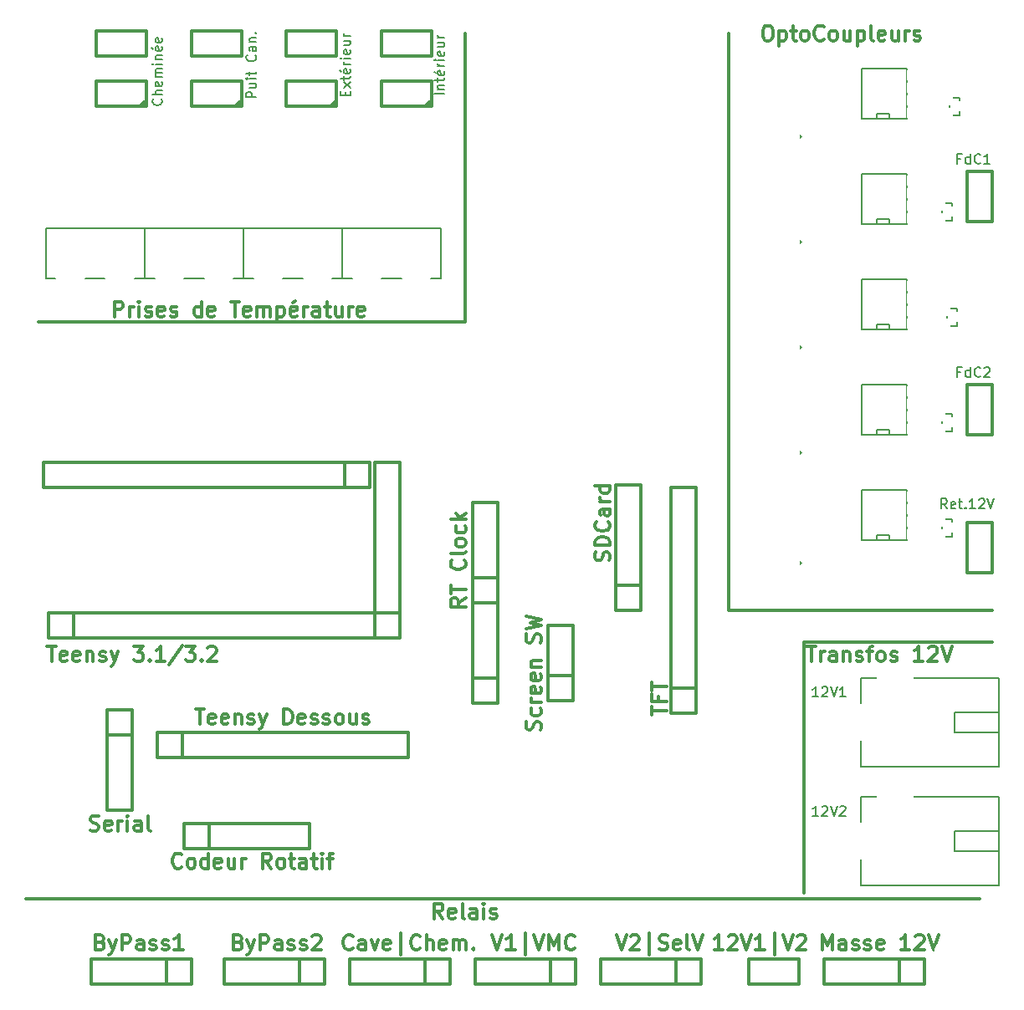
<source format=gto>
G04 #@! TF.FileFunction,Legend,Top*
%FSLAX46Y46*%
G04 Gerber Fmt 4.6, Leading zero omitted, Abs format (unit mm)*
G04 Created by KiCad (PCBNEW 4.0.6) date 04/09/17 13:57:38*
%MOMM*%
%LPD*%
G01*
G04 APERTURE LIST*
%ADD10C,0.150000*%
%ADD11C,0.304800*%
%ADD12C,0.127000*%
%ADD13R,1.905000X1.905000*%
%ADD14C,1.905000*%
%ADD15R,2.032000X2.540000*%
%ADD16R,2.540000X2.032000*%
%ADD17R,1.397000X1.905000*%
%ADD18R,1.651000X1.016000*%
%ADD19R,1.508760X1.107440*%
%ADD20C,6.507480*%
%ADD21R,2.308000X3.708000*%
%ADD22R,3.708000X2.308000*%
%ADD23R,2.508000X1.508000*%
G04 APERTURE END LIST*
D10*
D11*
X144090571Y-132134429D02*
X144090571Y-130610429D01*
X144598571Y-131699000D01*
X145106571Y-130610429D01*
X145106571Y-132134429D01*
X146485428Y-132134429D02*
X146485428Y-131336143D01*
X146412857Y-131191000D01*
X146267714Y-131118429D01*
X145977428Y-131118429D01*
X145832285Y-131191000D01*
X146485428Y-132061857D02*
X146340285Y-132134429D01*
X145977428Y-132134429D01*
X145832285Y-132061857D01*
X145759714Y-131916714D01*
X145759714Y-131771571D01*
X145832285Y-131626429D01*
X145977428Y-131553857D01*
X146340285Y-131553857D01*
X146485428Y-131481286D01*
X147138571Y-132061857D02*
X147283714Y-132134429D01*
X147573999Y-132134429D01*
X147719142Y-132061857D01*
X147791714Y-131916714D01*
X147791714Y-131844143D01*
X147719142Y-131699000D01*
X147573999Y-131626429D01*
X147356285Y-131626429D01*
X147211142Y-131553857D01*
X147138571Y-131408714D01*
X147138571Y-131336143D01*
X147211142Y-131191000D01*
X147356285Y-131118429D01*
X147573999Y-131118429D01*
X147719142Y-131191000D01*
X148372285Y-132061857D02*
X148517428Y-132134429D01*
X148807713Y-132134429D01*
X148952856Y-132061857D01*
X149025428Y-131916714D01*
X149025428Y-131844143D01*
X148952856Y-131699000D01*
X148807713Y-131626429D01*
X148589999Y-131626429D01*
X148444856Y-131553857D01*
X148372285Y-131408714D01*
X148372285Y-131336143D01*
X148444856Y-131191000D01*
X148589999Y-131118429D01*
X148807713Y-131118429D01*
X148952856Y-131191000D01*
X150259142Y-132061857D02*
X150113999Y-132134429D01*
X149823713Y-132134429D01*
X149678570Y-132061857D01*
X149605999Y-131916714D01*
X149605999Y-131336143D01*
X149678570Y-131191000D01*
X149823713Y-131118429D01*
X150113999Y-131118429D01*
X150259142Y-131191000D01*
X150331713Y-131336143D01*
X150331713Y-131481286D01*
X149605999Y-131626429D01*
X152944285Y-132134429D02*
X152073428Y-132134429D01*
X152508856Y-132134429D02*
X152508856Y-130610429D01*
X152363713Y-130828143D01*
X152218571Y-130973286D01*
X152073428Y-131045857D01*
X153524857Y-130755571D02*
X153597428Y-130683000D01*
X153742571Y-130610429D01*
X154105428Y-130610429D01*
X154250571Y-130683000D01*
X154323142Y-130755571D01*
X154395714Y-130900714D01*
X154395714Y-131045857D01*
X154323142Y-131263571D01*
X153452285Y-132134429D01*
X154395714Y-132134429D01*
X154831143Y-130610429D02*
X155339143Y-132134429D01*
X155847143Y-130610429D01*
X134021285Y-132134429D02*
X133150428Y-132134429D01*
X133585856Y-132134429D02*
X133585856Y-130610429D01*
X133440713Y-130828143D01*
X133295571Y-130973286D01*
X133150428Y-131045857D01*
X134601857Y-130755571D02*
X134674428Y-130683000D01*
X134819571Y-130610429D01*
X135182428Y-130610429D01*
X135327571Y-130683000D01*
X135400142Y-130755571D01*
X135472714Y-130900714D01*
X135472714Y-131045857D01*
X135400142Y-131263571D01*
X134529285Y-132134429D01*
X135472714Y-132134429D01*
X135908143Y-130610429D02*
X136416143Y-132134429D01*
X136924143Y-130610429D01*
X138230429Y-132134429D02*
X137359572Y-132134429D01*
X137795000Y-132134429D02*
X137795000Y-130610429D01*
X137649857Y-130828143D01*
X137504715Y-130973286D01*
X137359572Y-131045857D01*
X139246429Y-132642429D02*
X139246429Y-130465286D01*
X140117287Y-130610429D02*
X140625287Y-132134429D01*
X141133287Y-130610429D01*
X141568716Y-130755571D02*
X141641287Y-130683000D01*
X141786430Y-130610429D01*
X142149287Y-130610429D01*
X142294430Y-130683000D01*
X142367001Y-130755571D01*
X142439573Y-130900714D01*
X142439573Y-131045857D01*
X142367001Y-131263571D01*
X141496144Y-132134429D01*
X142439573Y-132134429D01*
X123244428Y-130610429D02*
X123752428Y-132134429D01*
X124260428Y-130610429D01*
X124695857Y-130755571D02*
X124768428Y-130683000D01*
X124913571Y-130610429D01*
X125276428Y-130610429D01*
X125421571Y-130683000D01*
X125494142Y-130755571D01*
X125566714Y-130900714D01*
X125566714Y-131045857D01*
X125494142Y-131263571D01*
X124623285Y-132134429D01*
X125566714Y-132134429D01*
X126582714Y-132642429D02*
X126582714Y-130465286D01*
X127598715Y-132061857D02*
X127816429Y-132134429D01*
X128179286Y-132134429D01*
X128324429Y-132061857D01*
X128397000Y-131989286D01*
X128469572Y-131844143D01*
X128469572Y-131699000D01*
X128397000Y-131553857D01*
X128324429Y-131481286D01*
X128179286Y-131408714D01*
X127889000Y-131336143D01*
X127743858Y-131263571D01*
X127671286Y-131191000D01*
X127598715Y-131045857D01*
X127598715Y-130900714D01*
X127671286Y-130755571D01*
X127743858Y-130683000D01*
X127889000Y-130610429D01*
X128251858Y-130610429D01*
X128469572Y-130683000D01*
X129703287Y-132061857D02*
X129558144Y-132134429D01*
X129267858Y-132134429D01*
X129122715Y-132061857D01*
X129050144Y-131916714D01*
X129050144Y-131336143D01*
X129122715Y-131191000D01*
X129267858Y-131118429D01*
X129558144Y-131118429D01*
X129703287Y-131191000D01*
X129775858Y-131336143D01*
X129775858Y-131481286D01*
X129050144Y-131626429D01*
X130646715Y-132134429D02*
X130501573Y-132061857D01*
X130429001Y-131916714D01*
X130429001Y-130610429D01*
X131009573Y-130610429D02*
X131517573Y-132134429D01*
X132025573Y-130610429D01*
X110689571Y-130610429D02*
X111197571Y-132134429D01*
X111705571Y-130610429D01*
X113011857Y-132134429D02*
X112141000Y-132134429D01*
X112576428Y-132134429D02*
X112576428Y-130610429D01*
X112431285Y-130828143D01*
X112286143Y-130973286D01*
X112141000Y-131045857D01*
X114027857Y-132642429D02*
X114027857Y-130465286D01*
X114898715Y-130610429D02*
X115406715Y-132134429D01*
X115914715Y-130610429D01*
X116422715Y-132134429D02*
X116422715Y-130610429D01*
X116930715Y-131699000D01*
X117438715Y-130610429D01*
X117438715Y-132134429D01*
X119035286Y-131989286D02*
X118962715Y-132061857D01*
X118745001Y-132134429D01*
X118599858Y-132134429D01*
X118382143Y-132061857D01*
X118237001Y-131916714D01*
X118164429Y-131771571D01*
X118091858Y-131481286D01*
X118091858Y-131263571D01*
X118164429Y-130973286D01*
X118237001Y-130828143D01*
X118382143Y-130683000D01*
X118599858Y-130610429D01*
X118745001Y-130610429D01*
X118962715Y-130683000D01*
X119035286Y-130755571D01*
X96574428Y-131989286D02*
X96501857Y-132061857D01*
X96284143Y-132134429D01*
X96139000Y-132134429D01*
X95921285Y-132061857D01*
X95776143Y-131916714D01*
X95703571Y-131771571D01*
X95631000Y-131481286D01*
X95631000Y-131263571D01*
X95703571Y-130973286D01*
X95776143Y-130828143D01*
X95921285Y-130683000D01*
X96139000Y-130610429D01*
X96284143Y-130610429D01*
X96501857Y-130683000D01*
X96574428Y-130755571D01*
X97880714Y-132134429D02*
X97880714Y-131336143D01*
X97808143Y-131191000D01*
X97663000Y-131118429D01*
X97372714Y-131118429D01*
X97227571Y-131191000D01*
X97880714Y-132061857D02*
X97735571Y-132134429D01*
X97372714Y-132134429D01*
X97227571Y-132061857D01*
X97155000Y-131916714D01*
X97155000Y-131771571D01*
X97227571Y-131626429D01*
X97372714Y-131553857D01*
X97735571Y-131553857D01*
X97880714Y-131481286D01*
X98461285Y-131118429D02*
X98824142Y-132134429D01*
X99187000Y-131118429D01*
X100348143Y-132061857D02*
X100203000Y-132134429D01*
X99912714Y-132134429D01*
X99767571Y-132061857D01*
X99695000Y-131916714D01*
X99695000Y-131336143D01*
X99767571Y-131191000D01*
X99912714Y-131118429D01*
X100203000Y-131118429D01*
X100348143Y-131191000D01*
X100420714Y-131336143D01*
X100420714Y-131481286D01*
X99695000Y-131626429D01*
X101436714Y-132642429D02*
X101436714Y-130465286D01*
X103396143Y-131989286D02*
X103323572Y-132061857D01*
X103105858Y-132134429D01*
X102960715Y-132134429D01*
X102743000Y-132061857D01*
X102597858Y-131916714D01*
X102525286Y-131771571D01*
X102452715Y-131481286D01*
X102452715Y-131263571D01*
X102525286Y-130973286D01*
X102597858Y-130828143D01*
X102743000Y-130683000D01*
X102960715Y-130610429D01*
X103105858Y-130610429D01*
X103323572Y-130683000D01*
X103396143Y-130755571D01*
X104049286Y-132134429D02*
X104049286Y-130610429D01*
X104702429Y-132134429D02*
X104702429Y-131336143D01*
X104629858Y-131191000D01*
X104484715Y-131118429D01*
X104267000Y-131118429D01*
X104121858Y-131191000D01*
X104049286Y-131263571D01*
X106008715Y-132061857D02*
X105863572Y-132134429D01*
X105573286Y-132134429D01*
X105428143Y-132061857D01*
X105355572Y-131916714D01*
X105355572Y-131336143D01*
X105428143Y-131191000D01*
X105573286Y-131118429D01*
X105863572Y-131118429D01*
X106008715Y-131191000D01*
X106081286Y-131336143D01*
X106081286Y-131481286D01*
X105355572Y-131626429D01*
X106734429Y-132134429D02*
X106734429Y-131118429D01*
X106734429Y-131263571D02*
X106807001Y-131191000D01*
X106952143Y-131118429D01*
X107169858Y-131118429D01*
X107315001Y-131191000D01*
X107387572Y-131336143D01*
X107387572Y-132134429D01*
X107387572Y-131336143D02*
X107460143Y-131191000D01*
X107605286Y-131118429D01*
X107823001Y-131118429D01*
X107968143Y-131191000D01*
X108040715Y-131336143D01*
X108040715Y-132134429D01*
X108766429Y-131989286D02*
X108839001Y-132061857D01*
X108766429Y-132134429D01*
X108693858Y-132061857D01*
X108766429Y-131989286D01*
X108766429Y-132134429D01*
X85017429Y-131336143D02*
X85235143Y-131408714D01*
X85307715Y-131481286D01*
X85380286Y-131626429D01*
X85380286Y-131844143D01*
X85307715Y-131989286D01*
X85235143Y-132061857D01*
X85090001Y-132134429D01*
X84509429Y-132134429D01*
X84509429Y-130610429D01*
X85017429Y-130610429D01*
X85162572Y-130683000D01*
X85235143Y-130755571D01*
X85307715Y-130900714D01*
X85307715Y-131045857D01*
X85235143Y-131191000D01*
X85162572Y-131263571D01*
X85017429Y-131336143D01*
X84509429Y-131336143D01*
X85888286Y-131118429D02*
X86251143Y-132134429D01*
X86614001Y-131118429D02*
X86251143Y-132134429D01*
X86106001Y-132497286D01*
X86033429Y-132569857D01*
X85888286Y-132642429D01*
X87194572Y-132134429D02*
X87194572Y-130610429D01*
X87775144Y-130610429D01*
X87920286Y-130683000D01*
X87992858Y-130755571D01*
X88065429Y-130900714D01*
X88065429Y-131118429D01*
X87992858Y-131263571D01*
X87920286Y-131336143D01*
X87775144Y-131408714D01*
X87194572Y-131408714D01*
X89371715Y-132134429D02*
X89371715Y-131336143D01*
X89299144Y-131191000D01*
X89154001Y-131118429D01*
X88863715Y-131118429D01*
X88718572Y-131191000D01*
X89371715Y-132061857D02*
X89226572Y-132134429D01*
X88863715Y-132134429D01*
X88718572Y-132061857D01*
X88646001Y-131916714D01*
X88646001Y-131771571D01*
X88718572Y-131626429D01*
X88863715Y-131553857D01*
X89226572Y-131553857D01*
X89371715Y-131481286D01*
X90024858Y-132061857D02*
X90170001Y-132134429D01*
X90460286Y-132134429D01*
X90605429Y-132061857D01*
X90678001Y-131916714D01*
X90678001Y-131844143D01*
X90605429Y-131699000D01*
X90460286Y-131626429D01*
X90242572Y-131626429D01*
X90097429Y-131553857D01*
X90024858Y-131408714D01*
X90024858Y-131336143D01*
X90097429Y-131191000D01*
X90242572Y-131118429D01*
X90460286Y-131118429D01*
X90605429Y-131191000D01*
X91258572Y-132061857D02*
X91403715Y-132134429D01*
X91694000Y-132134429D01*
X91839143Y-132061857D01*
X91911715Y-131916714D01*
X91911715Y-131844143D01*
X91839143Y-131699000D01*
X91694000Y-131626429D01*
X91476286Y-131626429D01*
X91331143Y-131553857D01*
X91258572Y-131408714D01*
X91258572Y-131336143D01*
X91331143Y-131191000D01*
X91476286Y-131118429D01*
X91694000Y-131118429D01*
X91839143Y-131191000D01*
X92492286Y-130755571D02*
X92564857Y-130683000D01*
X92710000Y-130610429D01*
X93072857Y-130610429D01*
X93218000Y-130683000D01*
X93290571Y-130755571D01*
X93363143Y-130900714D01*
X93363143Y-131045857D01*
X93290571Y-131263571D01*
X92419714Y-132134429D01*
X93363143Y-132134429D01*
X71047429Y-131336143D02*
X71265143Y-131408714D01*
X71337715Y-131481286D01*
X71410286Y-131626429D01*
X71410286Y-131844143D01*
X71337715Y-131989286D01*
X71265143Y-132061857D01*
X71120001Y-132134429D01*
X70539429Y-132134429D01*
X70539429Y-130610429D01*
X71047429Y-130610429D01*
X71192572Y-130683000D01*
X71265143Y-130755571D01*
X71337715Y-130900714D01*
X71337715Y-131045857D01*
X71265143Y-131191000D01*
X71192572Y-131263571D01*
X71047429Y-131336143D01*
X70539429Y-131336143D01*
X71918286Y-131118429D02*
X72281143Y-132134429D01*
X72644001Y-131118429D02*
X72281143Y-132134429D01*
X72136001Y-132497286D01*
X72063429Y-132569857D01*
X71918286Y-132642429D01*
X73224572Y-132134429D02*
X73224572Y-130610429D01*
X73805144Y-130610429D01*
X73950286Y-130683000D01*
X74022858Y-130755571D01*
X74095429Y-130900714D01*
X74095429Y-131118429D01*
X74022858Y-131263571D01*
X73950286Y-131336143D01*
X73805144Y-131408714D01*
X73224572Y-131408714D01*
X75401715Y-132134429D02*
X75401715Y-131336143D01*
X75329144Y-131191000D01*
X75184001Y-131118429D01*
X74893715Y-131118429D01*
X74748572Y-131191000D01*
X75401715Y-132061857D02*
X75256572Y-132134429D01*
X74893715Y-132134429D01*
X74748572Y-132061857D01*
X74676001Y-131916714D01*
X74676001Y-131771571D01*
X74748572Y-131626429D01*
X74893715Y-131553857D01*
X75256572Y-131553857D01*
X75401715Y-131481286D01*
X76054858Y-132061857D02*
X76200001Y-132134429D01*
X76490286Y-132134429D01*
X76635429Y-132061857D01*
X76708001Y-131916714D01*
X76708001Y-131844143D01*
X76635429Y-131699000D01*
X76490286Y-131626429D01*
X76272572Y-131626429D01*
X76127429Y-131553857D01*
X76054858Y-131408714D01*
X76054858Y-131336143D01*
X76127429Y-131191000D01*
X76272572Y-131118429D01*
X76490286Y-131118429D01*
X76635429Y-131191000D01*
X77288572Y-132061857D02*
X77433715Y-132134429D01*
X77724000Y-132134429D01*
X77869143Y-132061857D01*
X77941715Y-131916714D01*
X77941715Y-131844143D01*
X77869143Y-131699000D01*
X77724000Y-131626429D01*
X77506286Y-131626429D01*
X77361143Y-131553857D01*
X77288572Y-131408714D01*
X77288572Y-131336143D01*
X77361143Y-131191000D01*
X77506286Y-131118429D01*
X77724000Y-131118429D01*
X77869143Y-131191000D01*
X79393143Y-132134429D02*
X78522286Y-132134429D01*
X78957714Y-132134429D02*
X78957714Y-130610429D01*
X78812571Y-130828143D01*
X78667429Y-130973286D01*
X78522286Y-131045857D01*
X115551857Y-109873143D02*
X115624429Y-109655429D01*
X115624429Y-109292572D01*
X115551857Y-109147429D01*
X115479286Y-109074858D01*
X115334143Y-109002286D01*
X115189000Y-109002286D01*
X115043857Y-109074858D01*
X114971286Y-109147429D01*
X114898714Y-109292572D01*
X114826143Y-109582858D01*
X114753571Y-109728000D01*
X114681000Y-109800572D01*
X114535857Y-109873143D01*
X114390714Y-109873143D01*
X114245571Y-109800572D01*
X114173000Y-109728000D01*
X114100429Y-109582858D01*
X114100429Y-109220000D01*
X114173000Y-109002286D01*
X115551857Y-107696000D02*
X115624429Y-107841143D01*
X115624429Y-108131429D01*
X115551857Y-108276571D01*
X115479286Y-108349143D01*
X115334143Y-108421714D01*
X114898714Y-108421714D01*
X114753571Y-108349143D01*
X114681000Y-108276571D01*
X114608429Y-108131429D01*
X114608429Y-107841143D01*
X114681000Y-107696000D01*
X115624429Y-107042857D02*
X114608429Y-107042857D01*
X114898714Y-107042857D02*
X114753571Y-106970285D01*
X114681000Y-106897714D01*
X114608429Y-106752571D01*
X114608429Y-106607428D01*
X115551857Y-105518856D02*
X115624429Y-105663999D01*
X115624429Y-105954285D01*
X115551857Y-106099428D01*
X115406714Y-106171999D01*
X114826143Y-106171999D01*
X114681000Y-106099428D01*
X114608429Y-105954285D01*
X114608429Y-105663999D01*
X114681000Y-105518856D01*
X114826143Y-105446285D01*
X114971286Y-105446285D01*
X115116429Y-106171999D01*
X115551857Y-104212570D02*
X115624429Y-104357713D01*
X115624429Y-104647999D01*
X115551857Y-104793142D01*
X115406714Y-104865713D01*
X114826143Y-104865713D01*
X114681000Y-104793142D01*
X114608429Y-104647999D01*
X114608429Y-104357713D01*
X114681000Y-104212570D01*
X114826143Y-104139999D01*
X114971286Y-104139999D01*
X115116429Y-104865713D01*
X114608429Y-103486856D02*
X115624429Y-103486856D01*
X114753571Y-103486856D02*
X114681000Y-103414284D01*
X114608429Y-103269142D01*
X114608429Y-103051427D01*
X114681000Y-102906284D01*
X114826143Y-102833713D01*
X115624429Y-102833713D01*
X115551857Y-101019427D02*
X115624429Y-100801713D01*
X115624429Y-100438856D01*
X115551857Y-100293713D01*
X115479286Y-100221142D01*
X115334143Y-100148570D01*
X115189000Y-100148570D01*
X115043857Y-100221142D01*
X114971286Y-100293713D01*
X114898714Y-100438856D01*
X114826143Y-100729142D01*
X114753571Y-100874284D01*
X114681000Y-100946856D01*
X114535857Y-101019427D01*
X114390714Y-101019427D01*
X114245571Y-100946856D01*
X114173000Y-100874284D01*
X114100429Y-100729142D01*
X114100429Y-100366284D01*
X114173000Y-100148570D01*
X114100429Y-99640570D02*
X115624429Y-99277713D01*
X114535857Y-98987427D01*
X115624429Y-98697141D01*
X114100429Y-98334284D01*
X108004429Y-96520000D02*
X107278714Y-97028000D01*
X108004429Y-97390857D02*
X106480429Y-97390857D01*
X106480429Y-96810285D01*
X106553000Y-96665143D01*
X106625571Y-96592571D01*
X106770714Y-96520000D01*
X106988429Y-96520000D01*
X107133571Y-96592571D01*
X107206143Y-96665143D01*
X107278714Y-96810285D01*
X107278714Y-97390857D01*
X106480429Y-96084571D02*
X106480429Y-95213714D01*
X108004429Y-95649143D02*
X106480429Y-95649143D01*
X107859286Y-92673714D02*
X107931857Y-92746285D01*
X108004429Y-92963999D01*
X108004429Y-93109142D01*
X107931857Y-93326857D01*
X107786714Y-93471999D01*
X107641571Y-93544571D01*
X107351286Y-93617142D01*
X107133571Y-93617142D01*
X106843286Y-93544571D01*
X106698143Y-93471999D01*
X106553000Y-93326857D01*
X106480429Y-93109142D01*
X106480429Y-92963999D01*
X106553000Y-92746285D01*
X106625571Y-92673714D01*
X108004429Y-91802857D02*
X107931857Y-91947999D01*
X107786714Y-92020571D01*
X106480429Y-92020571D01*
X108004429Y-91004571D02*
X107931857Y-91149713D01*
X107859286Y-91222285D01*
X107714143Y-91294856D01*
X107278714Y-91294856D01*
X107133571Y-91222285D01*
X107061000Y-91149713D01*
X106988429Y-91004571D01*
X106988429Y-90786856D01*
X107061000Y-90641713D01*
X107133571Y-90569142D01*
X107278714Y-90496571D01*
X107714143Y-90496571D01*
X107859286Y-90569142D01*
X107931857Y-90641713D01*
X108004429Y-90786856D01*
X108004429Y-91004571D01*
X107931857Y-89190285D02*
X108004429Y-89335428D01*
X108004429Y-89625714D01*
X107931857Y-89770856D01*
X107859286Y-89843428D01*
X107714143Y-89915999D01*
X107278714Y-89915999D01*
X107133571Y-89843428D01*
X107061000Y-89770856D01*
X106988429Y-89625714D01*
X106988429Y-89335428D01*
X107061000Y-89190285D01*
X108004429Y-88537142D02*
X106480429Y-88537142D01*
X107423857Y-88391999D02*
X108004429Y-87956570D01*
X106988429Y-87956570D02*
X107569000Y-88537142D01*
X122536857Y-92710000D02*
X122609429Y-92492286D01*
X122609429Y-92129429D01*
X122536857Y-91984286D01*
X122464286Y-91911715D01*
X122319143Y-91839143D01*
X122174000Y-91839143D01*
X122028857Y-91911715D01*
X121956286Y-91984286D01*
X121883714Y-92129429D01*
X121811143Y-92419715D01*
X121738571Y-92564857D01*
X121666000Y-92637429D01*
X121520857Y-92710000D01*
X121375714Y-92710000D01*
X121230571Y-92637429D01*
X121158000Y-92564857D01*
X121085429Y-92419715D01*
X121085429Y-92056857D01*
X121158000Y-91839143D01*
X122609429Y-91186000D02*
X121085429Y-91186000D01*
X121085429Y-90823143D01*
X121158000Y-90605428D01*
X121303143Y-90460286D01*
X121448286Y-90387714D01*
X121738571Y-90315143D01*
X121956286Y-90315143D01*
X122246571Y-90387714D01*
X122391714Y-90460286D01*
X122536857Y-90605428D01*
X122609429Y-90823143D01*
X122609429Y-91186000D01*
X122464286Y-88791143D02*
X122536857Y-88863714D01*
X122609429Y-89081428D01*
X122609429Y-89226571D01*
X122536857Y-89444286D01*
X122391714Y-89589428D01*
X122246571Y-89662000D01*
X121956286Y-89734571D01*
X121738571Y-89734571D01*
X121448286Y-89662000D01*
X121303143Y-89589428D01*
X121158000Y-89444286D01*
X121085429Y-89226571D01*
X121085429Y-89081428D01*
X121158000Y-88863714D01*
X121230571Y-88791143D01*
X122609429Y-87484857D02*
X121811143Y-87484857D01*
X121666000Y-87557428D01*
X121593429Y-87702571D01*
X121593429Y-87992857D01*
X121666000Y-88138000D01*
X122536857Y-87484857D02*
X122609429Y-87630000D01*
X122609429Y-87992857D01*
X122536857Y-88138000D01*
X122391714Y-88210571D01*
X122246571Y-88210571D01*
X122101429Y-88138000D01*
X122028857Y-87992857D01*
X122028857Y-87630000D01*
X121956286Y-87484857D01*
X122609429Y-86759143D02*
X121593429Y-86759143D01*
X121883714Y-86759143D02*
X121738571Y-86686571D01*
X121666000Y-86614000D01*
X121593429Y-86468857D01*
X121593429Y-86323714D01*
X122609429Y-85162571D02*
X121085429Y-85162571D01*
X122536857Y-85162571D02*
X122609429Y-85307714D01*
X122609429Y-85598000D01*
X122536857Y-85743142D01*
X122464286Y-85815714D01*
X122319143Y-85888285D01*
X121883714Y-85888285D01*
X121738571Y-85815714D01*
X121666000Y-85743142D01*
X121593429Y-85598000D01*
X121593429Y-85307714D01*
X121666000Y-85162571D01*
X126800429Y-108349143D02*
X126800429Y-107478286D01*
X128324429Y-107913715D02*
X126800429Y-107913715D01*
X127526143Y-106462286D02*
X127526143Y-106970286D01*
X128324429Y-106970286D02*
X126800429Y-106970286D01*
X126800429Y-106244572D01*
X126800429Y-105881714D02*
X126800429Y-105010857D01*
X128324429Y-105446286D02*
X126800429Y-105446286D01*
X70013286Y-119996857D02*
X70231000Y-120069429D01*
X70593857Y-120069429D01*
X70739000Y-119996857D01*
X70811571Y-119924286D01*
X70884143Y-119779143D01*
X70884143Y-119634000D01*
X70811571Y-119488857D01*
X70739000Y-119416286D01*
X70593857Y-119343714D01*
X70303571Y-119271143D01*
X70158429Y-119198571D01*
X70085857Y-119126000D01*
X70013286Y-118980857D01*
X70013286Y-118835714D01*
X70085857Y-118690571D01*
X70158429Y-118618000D01*
X70303571Y-118545429D01*
X70666429Y-118545429D01*
X70884143Y-118618000D01*
X72117858Y-119996857D02*
X71972715Y-120069429D01*
X71682429Y-120069429D01*
X71537286Y-119996857D01*
X71464715Y-119851714D01*
X71464715Y-119271143D01*
X71537286Y-119126000D01*
X71682429Y-119053429D01*
X71972715Y-119053429D01*
X72117858Y-119126000D01*
X72190429Y-119271143D01*
X72190429Y-119416286D01*
X71464715Y-119561429D01*
X72843572Y-120069429D02*
X72843572Y-119053429D01*
X72843572Y-119343714D02*
X72916144Y-119198571D01*
X72988715Y-119126000D01*
X73133858Y-119053429D01*
X73279001Y-119053429D01*
X73787001Y-120069429D02*
X73787001Y-119053429D01*
X73787001Y-118545429D02*
X73714430Y-118618000D01*
X73787001Y-118690571D01*
X73859573Y-118618000D01*
X73787001Y-118545429D01*
X73787001Y-118690571D01*
X75165858Y-120069429D02*
X75165858Y-119271143D01*
X75093287Y-119126000D01*
X74948144Y-119053429D01*
X74657858Y-119053429D01*
X74512715Y-119126000D01*
X75165858Y-119996857D02*
X75020715Y-120069429D01*
X74657858Y-120069429D01*
X74512715Y-119996857D01*
X74440144Y-119851714D01*
X74440144Y-119706571D01*
X74512715Y-119561429D01*
X74657858Y-119488857D01*
X75020715Y-119488857D01*
X75165858Y-119416286D01*
X76109286Y-120069429D02*
X75964144Y-119996857D01*
X75891572Y-119851714D01*
X75891572Y-118545429D01*
X65659000Y-101400429D02*
X66529857Y-101400429D01*
X66094428Y-102924429D02*
X66094428Y-101400429D01*
X67618429Y-102851857D02*
X67473286Y-102924429D01*
X67183000Y-102924429D01*
X67037857Y-102851857D01*
X66965286Y-102706714D01*
X66965286Y-102126143D01*
X67037857Y-101981000D01*
X67183000Y-101908429D01*
X67473286Y-101908429D01*
X67618429Y-101981000D01*
X67691000Y-102126143D01*
X67691000Y-102271286D01*
X66965286Y-102416429D01*
X68924715Y-102851857D02*
X68779572Y-102924429D01*
X68489286Y-102924429D01*
X68344143Y-102851857D01*
X68271572Y-102706714D01*
X68271572Y-102126143D01*
X68344143Y-101981000D01*
X68489286Y-101908429D01*
X68779572Y-101908429D01*
X68924715Y-101981000D01*
X68997286Y-102126143D01*
X68997286Y-102271286D01*
X68271572Y-102416429D01*
X69650429Y-101908429D02*
X69650429Y-102924429D01*
X69650429Y-102053571D02*
X69723001Y-101981000D01*
X69868143Y-101908429D01*
X70085858Y-101908429D01*
X70231001Y-101981000D01*
X70303572Y-102126143D01*
X70303572Y-102924429D01*
X70956715Y-102851857D02*
X71101858Y-102924429D01*
X71392143Y-102924429D01*
X71537286Y-102851857D01*
X71609858Y-102706714D01*
X71609858Y-102634143D01*
X71537286Y-102489000D01*
X71392143Y-102416429D01*
X71174429Y-102416429D01*
X71029286Y-102343857D01*
X70956715Y-102198714D01*
X70956715Y-102126143D01*
X71029286Y-101981000D01*
X71174429Y-101908429D01*
X71392143Y-101908429D01*
X71537286Y-101981000D01*
X72117857Y-101908429D02*
X72480714Y-102924429D01*
X72843572Y-101908429D02*
X72480714Y-102924429D01*
X72335572Y-103287286D01*
X72263000Y-103359857D01*
X72117857Y-103432429D01*
X74440143Y-101400429D02*
X75383572Y-101400429D01*
X74875572Y-101981000D01*
X75093286Y-101981000D01*
X75238429Y-102053571D01*
X75311000Y-102126143D01*
X75383572Y-102271286D01*
X75383572Y-102634143D01*
X75311000Y-102779286D01*
X75238429Y-102851857D01*
X75093286Y-102924429D01*
X74657858Y-102924429D01*
X74512715Y-102851857D01*
X74440143Y-102779286D01*
X76036715Y-102779286D02*
X76109287Y-102851857D01*
X76036715Y-102924429D01*
X75964144Y-102851857D01*
X76036715Y-102779286D01*
X76036715Y-102924429D01*
X77560715Y-102924429D02*
X76689858Y-102924429D01*
X77125286Y-102924429D02*
X77125286Y-101400429D01*
X76980143Y-101618143D01*
X76835001Y-101763286D01*
X76689858Y-101835857D01*
X79302430Y-101327857D02*
X77996144Y-103287286D01*
X79665286Y-101400429D02*
X80608715Y-101400429D01*
X80100715Y-101981000D01*
X80318429Y-101981000D01*
X80463572Y-102053571D01*
X80536143Y-102126143D01*
X80608715Y-102271286D01*
X80608715Y-102634143D01*
X80536143Y-102779286D01*
X80463572Y-102851857D01*
X80318429Y-102924429D01*
X79883001Y-102924429D01*
X79737858Y-102851857D01*
X79665286Y-102779286D01*
X81261858Y-102779286D02*
X81334430Y-102851857D01*
X81261858Y-102924429D01*
X81189287Y-102851857D01*
X81261858Y-102779286D01*
X81261858Y-102924429D01*
X81915001Y-101545571D02*
X81987572Y-101473000D01*
X82132715Y-101400429D01*
X82495572Y-101400429D01*
X82640715Y-101473000D01*
X82713286Y-101545571D01*
X82785858Y-101690714D01*
X82785858Y-101835857D01*
X82713286Y-102053571D01*
X81842429Y-102924429D01*
X82785858Y-102924429D01*
X79248000Y-123734286D02*
X79175429Y-123806857D01*
X78957715Y-123879429D01*
X78812572Y-123879429D01*
X78594857Y-123806857D01*
X78449715Y-123661714D01*
X78377143Y-123516571D01*
X78304572Y-123226286D01*
X78304572Y-123008571D01*
X78377143Y-122718286D01*
X78449715Y-122573143D01*
X78594857Y-122428000D01*
X78812572Y-122355429D01*
X78957715Y-122355429D01*
X79175429Y-122428000D01*
X79248000Y-122500571D01*
X80118857Y-123879429D02*
X79973715Y-123806857D01*
X79901143Y-123734286D01*
X79828572Y-123589143D01*
X79828572Y-123153714D01*
X79901143Y-123008571D01*
X79973715Y-122936000D01*
X80118857Y-122863429D01*
X80336572Y-122863429D01*
X80481715Y-122936000D01*
X80554286Y-123008571D01*
X80626857Y-123153714D01*
X80626857Y-123589143D01*
X80554286Y-123734286D01*
X80481715Y-123806857D01*
X80336572Y-123879429D01*
X80118857Y-123879429D01*
X81933143Y-123879429D02*
X81933143Y-122355429D01*
X81933143Y-123806857D02*
X81788000Y-123879429D01*
X81497714Y-123879429D01*
X81352572Y-123806857D01*
X81280000Y-123734286D01*
X81207429Y-123589143D01*
X81207429Y-123153714D01*
X81280000Y-123008571D01*
X81352572Y-122936000D01*
X81497714Y-122863429D01*
X81788000Y-122863429D01*
X81933143Y-122936000D01*
X83239429Y-123806857D02*
X83094286Y-123879429D01*
X82804000Y-123879429D01*
X82658857Y-123806857D01*
X82586286Y-123661714D01*
X82586286Y-123081143D01*
X82658857Y-122936000D01*
X82804000Y-122863429D01*
X83094286Y-122863429D01*
X83239429Y-122936000D01*
X83312000Y-123081143D01*
X83312000Y-123226286D01*
X82586286Y-123371429D01*
X84618286Y-122863429D02*
X84618286Y-123879429D01*
X83965143Y-122863429D02*
X83965143Y-123661714D01*
X84037715Y-123806857D01*
X84182857Y-123879429D01*
X84400572Y-123879429D01*
X84545715Y-123806857D01*
X84618286Y-123734286D01*
X85344000Y-123879429D02*
X85344000Y-122863429D01*
X85344000Y-123153714D02*
X85416572Y-123008571D01*
X85489143Y-122936000D01*
X85634286Y-122863429D01*
X85779429Y-122863429D01*
X88319429Y-123879429D02*
X87811429Y-123153714D01*
X87448572Y-123879429D02*
X87448572Y-122355429D01*
X88029144Y-122355429D01*
X88174286Y-122428000D01*
X88246858Y-122500571D01*
X88319429Y-122645714D01*
X88319429Y-122863429D01*
X88246858Y-123008571D01*
X88174286Y-123081143D01*
X88029144Y-123153714D01*
X87448572Y-123153714D01*
X89190286Y-123879429D02*
X89045144Y-123806857D01*
X88972572Y-123734286D01*
X88900001Y-123589143D01*
X88900001Y-123153714D01*
X88972572Y-123008571D01*
X89045144Y-122936000D01*
X89190286Y-122863429D01*
X89408001Y-122863429D01*
X89553144Y-122936000D01*
X89625715Y-123008571D01*
X89698286Y-123153714D01*
X89698286Y-123589143D01*
X89625715Y-123734286D01*
X89553144Y-123806857D01*
X89408001Y-123879429D01*
X89190286Y-123879429D01*
X90133715Y-122863429D02*
X90714286Y-122863429D01*
X90351429Y-122355429D02*
X90351429Y-123661714D01*
X90424001Y-123806857D01*
X90569143Y-123879429D01*
X90714286Y-123879429D01*
X91875429Y-123879429D02*
X91875429Y-123081143D01*
X91802858Y-122936000D01*
X91657715Y-122863429D01*
X91367429Y-122863429D01*
X91222286Y-122936000D01*
X91875429Y-123806857D02*
X91730286Y-123879429D01*
X91367429Y-123879429D01*
X91222286Y-123806857D01*
X91149715Y-123661714D01*
X91149715Y-123516571D01*
X91222286Y-123371429D01*
X91367429Y-123298857D01*
X91730286Y-123298857D01*
X91875429Y-123226286D01*
X92383429Y-122863429D02*
X92964000Y-122863429D01*
X92601143Y-122355429D02*
X92601143Y-123661714D01*
X92673715Y-123806857D01*
X92818857Y-123879429D01*
X92964000Y-123879429D01*
X93472000Y-123879429D02*
X93472000Y-122863429D01*
X93472000Y-122355429D02*
X93399429Y-122428000D01*
X93472000Y-122500571D01*
X93544572Y-122428000D01*
X93472000Y-122355429D01*
X93472000Y-122500571D01*
X93980000Y-122863429D02*
X94560571Y-122863429D01*
X94197714Y-123879429D02*
X94197714Y-122573143D01*
X94270286Y-122428000D01*
X94415428Y-122355429D01*
X94560571Y-122355429D01*
X80681286Y-107750429D02*
X81552143Y-107750429D01*
X81116714Y-109274429D02*
X81116714Y-107750429D01*
X82640715Y-109201857D02*
X82495572Y-109274429D01*
X82205286Y-109274429D01*
X82060143Y-109201857D01*
X81987572Y-109056714D01*
X81987572Y-108476143D01*
X82060143Y-108331000D01*
X82205286Y-108258429D01*
X82495572Y-108258429D01*
X82640715Y-108331000D01*
X82713286Y-108476143D01*
X82713286Y-108621286D01*
X81987572Y-108766429D01*
X83947001Y-109201857D02*
X83801858Y-109274429D01*
X83511572Y-109274429D01*
X83366429Y-109201857D01*
X83293858Y-109056714D01*
X83293858Y-108476143D01*
X83366429Y-108331000D01*
X83511572Y-108258429D01*
X83801858Y-108258429D01*
X83947001Y-108331000D01*
X84019572Y-108476143D01*
X84019572Y-108621286D01*
X83293858Y-108766429D01*
X84672715Y-108258429D02*
X84672715Y-109274429D01*
X84672715Y-108403571D02*
X84745287Y-108331000D01*
X84890429Y-108258429D01*
X85108144Y-108258429D01*
X85253287Y-108331000D01*
X85325858Y-108476143D01*
X85325858Y-109274429D01*
X85979001Y-109201857D02*
X86124144Y-109274429D01*
X86414429Y-109274429D01*
X86559572Y-109201857D01*
X86632144Y-109056714D01*
X86632144Y-108984143D01*
X86559572Y-108839000D01*
X86414429Y-108766429D01*
X86196715Y-108766429D01*
X86051572Y-108693857D01*
X85979001Y-108548714D01*
X85979001Y-108476143D01*
X86051572Y-108331000D01*
X86196715Y-108258429D01*
X86414429Y-108258429D01*
X86559572Y-108331000D01*
X87140143Y-108258429D02*
X87503000Y-109274429D01*
X87865858Y-108258429D02*
X87503000Y-109274429D01*
X87357858Y-109637286D01*
X87285286Y-109709857D01*
X87140143Y-109782429D01*
X89607572Y-109274429D02*
X89607572Y-107750429D01*
X89970429Y-107750429D01*
X90188144Y-107823000D01*
X90333286Y-107968143D01*
X90405858Y-108113286D01*
X90478429Y-108403571D01*
X90478429Y-108621286D01*
X90405858Y-108911571D01*
X90333286Y-109056714D01*
X90188144Y-109201857D01*
X89970429Y-109274429D01*
X89607572Y-109274429D01*
X91712144Y-109201857D02*
X91567001Y-109274429D01*
X91276715Y-109274429D01*
X91131572Y-109201857D01*
X91059001Y-109056714D01*
X91059001Y-108476143D01*
X91131572Y-108331000D01*
X91276715Y-108258429D01*
X91567001Y-108258429D01*
X91712144Y-108331000D01*
X91784715Y-108476143D01*
X91784715Y-108621286D01*
X91059001Y-108766429D01*
X92365287Y-109201857D02*
X92510430Y-109274429D01*
X92800715Y-109274429D01*
X92945858Y-109201857D01*
X93018430Y-109056714D01*
X93018430Y-108984143D01*
X92945858Y-108839000D01*
X92800715Y-108766429D01*
X92583001Y-108766429D01*
X92437858Y-108693857D01*
X92365287Y-108548714D01*
X92365287Y-108476143D01*
X92437858Y-108331000D01*
X92583001Y-108258429D01*
X92800715Y-108258429D01*
X92945858Y-108331000D01*
X93599001Y-109201857D02*
X93744144Y-109274429D01*
X94034429Y-109274429D01*
X94179572Y-109201857D01*
X94252144Y-109056714D01*
X94252144Y-108984143D01*
X94179572Y-108839000D01*
X94034429Y-108766429D01*
X93816715Y-108766429D01*
X93671572Y-108693857D01*
X93599001Y-108548714D01*
X93599001Y-108476143D01*
X93671572Y-108331000D01*
X93816715Y-108258429D01*
X94034429Y-108258429D01*
X94179572Y-108331000D01*
X95123000Y-109274429D02*
X94977858Y-109201857D01*
X94905286Y-109129286D01*
X94832715Y-108984143D01*
X94832715Y-108548714D01*
X94905286Y-108403571D01*
X94977858Y-108331000D01*
X95123000Y-108258429D01*
X95340715Y-108258429D01*
X95485858Y-108331000D01*
X95558429Y-108403571D01*
X95631000Y-108548714D01*
X95631000Y-108984143D01*
X95558429Y-109129286D01*
X95485858Y-109201857D01*
X95340715Y-109274429D01*
X95123000Y-109274429D01*
X96937286Y-108258429D02*
X96937286Y-109274429D01*
X96284143Y-108258429D02*
X96284143Y-109056714D01*
X96356715Y-109201857D01*
X96501857Y-109274429D01*
X96719572Y-109274429D01*
X96864715Y-109201857D01*
X96937286Y-109129286D01*
X97590429Y-109201857D02*
X97735572Y-109274429D01*
X98025857Y-109274429D01*
X98171000Y-109201857D01*
X98243572Y-109056714D01*
X98243572Y-108984143D01*
X98171000Y-108839000D01*
X98025857Y-108766429D01*
X97808143Y-108766429D01*
X97663000Y-108693857D01*
X97590429Y-108548714D01*
X97590429Y-108476143D01*
X97663000Y-108331000D01*
X97808143Y-108258429D01*
X98025857Y-108258429D01*
X98171000Y-108331000D01*
D12*
X143684762Y-118562381D02*
X143113333Y-118562381D01*
X143399047Y-118562381D02*
X143399047Y-117562381D01*
X143303809Y-117705238D01*
X143208571Y-117800476D01*
X143113333Y-117848095D01*
X144065714Y-117657619D02*
X144113333Y-117610000D01*
X144208571Y-117562381D01*
X144446667Y-117562381D01*
X144541905Y-117610000D01*
X144589524Y-117657619D01*
X144637143Y-117752857D01*
X144637143Y-117848095D01*
X144589524Y-117990952D01*
X144018095Y-118562381D01*
X144637143Y-118562381D01*
X144922857Y-117562381D02*
X145256190Y-118562381D01*
X145589524Y-117562381D01*
X145875238Y-117657619D02*
X145922857Y-117610000D01*
X146018095Y-117562381D01*
X146256191Y-117562381D01*
X146351429Y-117610000D01*
X146399048Y-117657619D01*
X146446667Y-117752857D01*
X146446667Y-117848095D01*
X146399048Y-117990952D01*
X145827619Y-118562381D01*
X146446667Y-118562381D01*
X143684762Y-106497381D02*
X143113333Y-106497381D01*
X143399047Y-106497381D02*
X143399047Y-105497381D01*
X143303809Y-105640238D01*
X143208571Y-105735476D01*
X143113333Y-105783095D01*
X144065714Y-105592619D02*
X144113333Y-105545000D01*
X144208571Y-105497381D01*
X144446667Y-105497381D01*
X144541905Y-105545000D01*
X144589524Y-105592619D01*
X144637143Y-105687857D01*
X144637143Y-105783095D01*
X144589524Y-105925952D01*
X144018095Y-106497381D01*
X144637143Y-106497381D01*
X144922857Y-105497381D02*
X145256190Y-106497381D01*
X145589524Y-105497381D01*
X146446667Y-106497381D02*
X145875238Y-106497381D01*
X146160952Y-106497381D02*
X146160952Y-105497381D01*
X146065714Y-105640238D01*
X145970476Y-105735476D01*
X145875238Y-105783095D01*
X156726191Y-87447381D02*
X156392857Y-86971190D01*
X156154762Y-87447381D02*
X156154762Y-86447381D01*
X156535715Y-86447381D01*
X156630953Y-86495000D01*
X156678572Y-86542619D01*
X156726191Y-86637857D01*
X156726191Y-86780714D01*
X156678572Y-86875952D01*
X156630953Y-86923571D01*
X156535715Y-86971190D01*
X156154762Y-86971190D01*
X157535715Y-87399762D02*
X157440477Y-87447381D01*
X157250000Y-87447381D01*
X157154762Y-87399762D01*
X157107143Y-87304524D01*
X157107143Y-86923571D01*
X157154762Y-86828333D01*
X157250000Y-86780714D01*
X157440477Y-86780714D01*
X157535715Y-86828333D01*
X157583334Y-86923571D01*
X157583334Y-87018810D01*
X157107143Y-87114048D01*
X157869048Y-86780714D02*
X158250000Y-86780714D01*
X158011905Y-86447381D02*
X158011905Y-87304524D01*
X158059524Y-87399762D01*
X158154762Y-87447381D01*
X158250000Y-87447381D01*
X158583334Y-87352143D02*
X158630953Y-87399762D01*
X158583334Y-87447381D01*
X158535715Y-87399762D01*
X158583334Y-87352143D01*
X158583334Y-87447381D01*
X159583334Y-87447381D02*
X159011905Y-87447381D01*
X159297619Y-87447381D02*
X159297619Y-86447381D01*
X159202381Y-86590238D01*
X159107143Y-86685476D01*
X159011905Y-86733095D01*
X159964286Y-86542619D02*
X160011905Y-86495000D01*
X160107143Y-86447381D01*
X160345239Y-86447381D01*
X160440477Y-86495000D01*
X160488096Y-86542619D01*
X160535715Y-86637857D01*
X160535715Y-86733095D01*
X160488096Y-86875952D01*
X159916667Y-87447381D01*
X160535715Y-87447381D01*
X160821429Y-86447381D02*
X161154762Y-87447381D01*
X161488096Y-86447381D01*
X158099286Y-73588571D02*
X157765952Y-73588571D01*
X157765952Y-74112381D02*
X157765952Y-73112381D01*
X158242143Y-73112381D01*
X159051667Y-74112381D02*
X159051667Y-73112381D01*
X159051667Y-74064762D02*
X158956429Y-74112381D01*
X158765952Y-74112381D01*
X158670714Y-74064762D01*
X158623095Y-74017143D01*
X158575476Y-73921905D01*
X158575476Y-73636190D01*
X158623095Y-73540952D01*
X158670714Y-73493333D01*
X158765952Y-73445714D01*
X158956429Y-73445714D01*
X159051667Y-73493333D01*
X160099286Y-74017143D02*
X160051667Y-74064762D01*
X159908810Y-74112381D01*
X159813572Y-74112381D01*
X159670714Y-74064762D01*
X159575476Y-73969524D01*
X159527857Y-73874286D01*
X159480238Y-73683810D01*
X159480238Y-73540952D01*
X159527857Y-73350476D01*
X159575476Y-73255238D01*
X159670714Y-73160000D01*
X159813572Y-73112381D01*
X159908810Y-73112381D01*
X160051667Y-73160000D01*
X160099286Y-73207619D01*
X160480238Y-73207619D02*
X160527857Y-73160000D01*
X160623095Y-73112381D01*
X160861191Y-73112381D01*
X160956429Y-73160000D01*
X161004048Y-73207619D01*
X161051667Y-73302857D01*
X161051667Y-73398095D01*
X161004048Y-73540952D01*
X160432619Y-74112381D01*
X161051667Y-74112381D01*
X158099286Y-51998571D02*
X157765952Y-51998571D01*
X157765952Y-52522381D02*
X157765952Y-51522381D01*
X158242143Y-51522381D01*
X159051667Y-52522381D02*
X159051667Y-51522381D01*
X159051667Y-52474762D02*
X158956429Y-52522381D01*
X158765952Y-52522381D01*
X158670714Y-52474762D01*
X158623095Y-52427143D01*
X158575476Y-52331905D01*
X158575476Y-52046190D01*
X158623095Y-51950952D01*
X158670714Y-51903333D01*
X158765952Y-51855714D01*
X158956429Y-51855714D01*
X159051667Y-51903333D01*
X160099286Y-52427143D02*
X160051667Y-52474762D01*
X159908810Y-52522381D01*
X159813572Y-52522381D01*
X159670714Y-52474762D01*
X159575476Y-52379524D01*
X159527857Y-52284286D01*
X159480238Y-52093810D01*
X159480238Y-51950952D01*
X159527857Y-51760476D01*
X159575476Y-51665238D01*
X159670714Y-51570000D01*
X159813572Y-51522381D01*
X159908810Y-51522381D01*
X160051667Y-51570000D01*
X160099286Y-51617619D01*
X161051667Y-52522381D02*
X160480238Y-52522381D01*
X160765952Y-52522381D02*
X160765952Y-51522381D01*
X160670714Y-51665238D01*
X160575476Y-51760476D01*
X160480238Y-51808095D01*
X105862381Y-45449762D02*
X104862381Y-45449762D01*
X105195714Y-44973572D02*
X105862381Y-44973572D01*
X105290952Y-44973572D02*
X105243333Y-44925953D01*
X105195714Y-44830715D01*
X105195714Y-44687857D01*
X105243333Y-44592619D01*
X105338571Y-44545000D01*
X105862381Y-44545000D01*
X105195714Y-44211667D02*
X105195714Y-43830715D01*
X104862381Y-44068810D02*
X105719524Y-44068810D01*
X105814762Y-44021191D01*
X105862381Y-43925953D01*
X105862381Y-43830715D01*
X105814762Y-43116428D02*
X105862381Y-43211666D01*
X105862381Y-43402143D01*
X105814762Y-43497381D01*
X105719524Y-43545000D01*
X105338571Y-43545000D01*
X105243333Y-43497381D01*
X105195714Y-43402143D01*
X105195714Y-43211666D01*
X105243333Y-43116428D01*
X105338571Y-43068809D01*
X105433810Y-43068809D01*
X105529048Y-43545000D01*
X104814762Y-43211666D02*
X104957619Y-43354524D01*
X105862381Y-42640238D02*
X105195714Y-42640238D01*
X105386190Y-42640238D02*
X105290952Y-42592619D01*
X105243333Y-42545000D01*
X105195714Y-42449762D01*
X105195714Y-42354523D01*
X105862381Y-42021190D02*
X105195714Y-42021190D01*
X104862381Y-42021190D02*
X104910000Y-42068809D01*
X104957619Y-42021190D01*
X104910000Y-41973571D01*
X104862381Y-42021190D01*
X104957619Y-42021190D01*
X105814762Y-41164047D02*
X105862381Y-41259285D01*
X105862381Y-41449762D01*
X105814762Y-41545000D01*
X105719524Y-41592619D01*
X105338571Y-41592619D01*
X105243333Y-41545000D01*
X105195714Y-41449762D01*
X105195714Y-41259285D01*
X105243333Y-41164047D01*
X105338571Y-41116428D01*
X105433810Y-41116428D01*
X105529048Y-41592619D01*
X105195714Y-40259285D02*
X105862381Y-40259285D01*
X105195714Y-40687857D02*
X105719524Y-40687857D01*
X105814762Y-40640238D01*
X105862381Y-40545000D01*
X105862381Y-40402142D01*
X105814762Y-40306904D01*
X105767143Y-40259285D01*
X105862381Y-39783095D02*
X105195714Y-39783095D01*
X105386190Y-39783095D02*
X105290952Y-39735476D01*
X105243333Y-39687857D01*
X105195714Y-39592619D01*
X105195714Y-39497380D01*
X95813571Y-45616429D02*
X95813571Y-45283095D01*
X96337381Y-45140238D02*
X96337381Y-45616429D01*
X95337381Y-45616429D01*
X95337381Y-45140238D01*
X96337381Y-44806905D02*
X95670714Y-44283095D01*
X95670714Y-44806905D02*
X96337381Y-44283095D01*
X95670714Y-44045000D02*
X95670714Y-43664048D01*
X95337381Y-43902143D02*
X96194524Y-43902143D01*
X96289762Y-43854524D01*
X96337381Y-43759286D01*
X96337381Y-43664048D01*
X96289762Y-42949761D02*
X96337381Y-43044999D01*
X96337381Y-43235476D01*
X96289762Y-43330714D01*
X96194524Y-43378333D01*
X95813571Y-43378333D01*
X95718333Y-43330714D01*
X95670714Y-43235476D01*
X95670714Y-43044999D01*
X95718333Y-42949761D01*
X95813571Y-42902142D01*
X95908810Y-42902142D01*
X96004048Y-43378333D01*
X95289762Y-43044999D02*
X95432619Y-43187857D01*
X96337381Y-42473571D02*
X95670714Y-42473571D01*
X95861190Y-42473571D02*
X95765952Y-42425952D01*
X95718333Y-42378333D01*
X95670714Y-42283095D01*
X95670714Y-42187856D01*
X96337381Y-41854523D02*
X95670714Y-41854523D01*
X95337381Y-41854523D02*
X95385000Y-41902142D01*
X95432619Y-41854523D01*
X95385000Y-41806904D01*
X95337381Y-41854523D01*
X95432619Y-41854523D01*
X96289762Y-40997380D02*
X96337381Y-41092618D01*
X96337381Y-41283095D01*
X96289762Y-41378333D01*
X96194524Y-41425952D01*
X95813571Y-41425952D01*
X95718333Y-41378333D01*
X95670714Y-41283095D01*
X95670714Y-41092618D01*
X95718333Y-40997380D01*
X95813571Y-40949761D01*
X95908810Y-40949761D01*
X96004048Y-41425952D01*
X95670714Y-40092618D02*
X96337381Y-40092618D01*
X95670714Y-40521190D02*
X96194524Y-40521190D01*
X96289762Y-40473571D01*
X96337381Y-40378333D01*
X96337381Y-40235475D01*
X96289762Y-40140237D01*
X96242143Y-40092618D01*
X96337381Y-39616428D02*
X95670714Y-39616428D01*
X95861190Y-39616428D02*
X95765952Y-39568809D01*
X95718333Y-39521190D01*
X95670714Y-39425952D01*
X95670714Y-39330713D01*
X86812381Y-45806905D02*
X85812381Y-45806905D01*
X85812381Y-45425952D01*
X85860000Y-45330714D01*
X85907619Y-45283095D01*
X86002857Y-45235476D01*
X86145714Y-45235476D01*
X86240952Y-45283095D01*
X86288571Y-45330714D01*
X86336190Y-45425952D01*
X86336190Y-45806905D01*
X86145714Y-44378333D02*
X86812381Y-44378333D01*
X86145714Y-44806905D02*
X86669524Y-44806905D01*
X86764762Y-44759286D01*
X86812381Y-44664048D01*
X86812381Y-44521190D01*
X86764762Y-44425952D01*
X86717143Y-44378333D01*
X86812381Y-43902143D02*
X86145714Y-43902143D01*
X85812381Y-43902143D02*
X85860000Y-43949762D01*
X85907619Y-43902143D01*
X85860000Y-43854524D01*
X85812381Y-43902143D01*
X85907619Y-43902143D01*
X86145714Y-43568810D02*
X86145714Y-43187858D01*
X85812381Y-43425953D02*
X86669524Y-43425953D01*
X86764762Y-43378334D01*
X86812381Y-43283096D01*
X86812381Y-43187858D01*
X86717143Y-41521190D02*
X86764762Y-41568809D01*
X86812381Y-41711666D01*
X86812381Y-41806904D01*
X86764762Y-41949762D01*
X86669524Y-42045000D01*
X86574286Y-42092619D01*
X86383810Y-42140238D01*
X86240952Y-42140238D01*
X86050476Y-42092619D01*
X85955238Y-42045000D01*
X85860000Y-41949762D01*
X85812381Y-41806904D01*
X85812381Y-41711666D01*
X85860000Y-41568809D01*
X85907619Y-41521190D01*
X86812381Y-40664047D02*
X86288571Y-40664047D01*
X86193333Y-40711666D01*
X86145714Y-40806904D01*
X86145714Y-40997381D01*
X86193333Y-41092619D01*
X86764762Y-40664047D02*
X86812381Y-40759285D01*
X86812381Y-40997381D01*
X86764762Y-41092619D01*
X86669524Y-41140238D01*
X86574286Y-41140238D01*
X86479048Y-41092619D01*
X86431429Y-40997381D01*
X86431429Y-40759285D01*
X86383810Y-40664047D01*
X86145714Y-40187857D02*
X86812381Y-40187857D01*
X86240952Y-40187857D02*
X86193333Y-40140238D01*
X86145714Y-40045000D01*
X86145714Y-39902142D01*
X86193333Y-39806904D01*
X86288571Y-39759285D01*
X86812381Y-39759285D01*
X86717143Y-39283095D02*
X86764762Y-39235476D01*
X86812381Y-39283095D01*
X86764762Y-39330714D01*
X86717143Y-39283095D01*
X86812381Y-39283095D01*
X77192143Y-45965714D02*
X77239762Y-46013333D01*
X77287381Y-46156190D01*
X77287381Y-46251428D01*
X77239762Y-46394286D01*
X77144524Y-46489524D01*
X77049286Y-46537143D01*
X76858810Y-46584762D01*
X76715952Y-46584762D01*
X76525476Y-46537143D01*
X76430238Y-46489524D01*
X76335000Y-46394286D01*
X76287381Y-46251428D01*
X76287381Y-46156190D01*
X76335000Y-46013333D01*
X76382619Y-45965714D01*
X77287381Y-45537143D02*
X76287381Y-45537143D01*
X77287381Y-45108571D02*
X76763571Y-45108571D01*
X76668333Y-45156190D01*
X76620714Y-45251428D01*
X76620714Y-45394286D01*
X76668333Y-45489524D01*
X76715952Y-45537143D01*
X77239762Y-44251428D02*
X77287381Y-44346666D01*
X77287381Y-44537143D01*
X77239762Y-44632381D01*
X77144524Y-44680000D01*
X76763571Y-44680000D01*
X76668333Y-44632381D01*
X76620714Y-44537143D01*
X76620714Y-44346666D01*
X76668333Y-44251428D01*
X76763571Y-44203809D01*
X76858810Y-44203809D01*
X76954048Y-44680000D01*
X77287381Y-43775238D02*
X76620714Y-43775238D01*
X76715952Y-43775238D02*
X76668333Y-43727619D01*
X76620714Y-43632381D01*
X76620714Y-43489523D01*
X76668333Y-43394285D01*
X76763571Y-43346666D01*
X77287381Y-43346666D01*
X76763571Y-43346666D02*
X76668333Y-43299047D01*
X76620714Y-43203809D01*
X76620714Y-43060952D01*
X76668333Y-42965714D01*
X76763571Y-42918095D01*
X77287381Y-42918095D01*
X77287381Y-42441905D02*
X76620714Y-42441905D01*
X76287381Y-42441905D02*
X76335000Y-42489524D01*
X76382619Y-42441905D01*
X76335000Y-42394286D01*
X76287381Y-42441905D01*
X76382619Y-42441905D01*
X76620714Y-41965715D02*
X77287381Y-41965715D01*
X76715952Y-41965715D02*
X76668333Y-41918096D01*
X76620714Y-41822858D01*
X76620714Y-41680000D01*
X76668333Y-41584762D01*
X76763571Y-41537143D01*
X77287381Y-41537143D01*
X77239762Y-40680000D02*
X77287381Y-40775238D01*
X77287381Y-40965715D01*
X77239762Y-41060953D01*
X77144524Y-41108572D01*
X76763571Y-41108572D01*
X76668333Y-41060953D01*
X76620714Y-40965715D01*
X76620714Y-40775238D01*
X76668333Y-40680000D01*
X76763571Y-40632381D01*
X76858810Y-40632381D01*
X76954048Y-41108572D01*
X76239762Y-40775238D02*
X76382619Y-40918096D01*
X77239762Y-39822857D02*
X77287381Y-39918095D01*
X77287381Y-40108572D01*
X77239762Y-40203810D01*
X77144524Y-40251429D01*
X76763571Y-40251429D01*
X76668333Y-40203810D01*
X76620714Y-40108572D01*
X76620714Y-39918095D01*
X76668333Y-39822857D01*
X76763571Y-39775238D01*
X76858810Y-39775238D01*
X76954048Y-40251429D01*
D11*
X72462571Y-67999429D02*
X72462571Y-66475429D01*
X73043143Y-66475429D01*
X73188285Y-66548000D01*
X73260857Y-66620571D01*
X73333428Y-66765714D01*
X73333428Y-66983429D01*
X73260857Y-67128571D01*
X73188285Y-67201143D01*
X73043143Y-67273714D01*
X72462571Y-67273714D01*
X73986571Y-67999429D02*
X73986571Y-66983429D01*
X73986571Y-67273714D02*
X74059143Y-67128571D01*
X74131714Y-67056000D01*
X74276857Y-66983429D01*
X74422000Y-66983429D01*
X74930000Y-67999429D02*
X74930000Y-66983429D01*
X74930000Y-66475429D02*
X74857429Y-66548000D01*
X74930000Y-66620571D01*
X75002572Y-66548000D01*
X74930000Y-66475429D01*
X74930000Y-66620571D01*
X75583143Y-67926857D02*
X75728286Y-67999429D01*
X76018571Y-67999429D01*
X76163714Y-67926857D01*
X76236286Y-67781714D01*
X76236286Y-67709143D01*
X76163714Y-67564000D01*
X76018571Y-67491429D01*
X75800857Y-67491429D01*
X75655714Y-67418857D01*
X75583143Y-67273714D01*
X75583143Y-67201143D01*
X75655714Y-67056000D01*
X75800857Y-66983429D01*
X76018571Y-66983429D01*
X76163714Y-67056000D01*
X77470000Y-67926857D02*
X77324857Y-67999429D01*
X77034571Y-67999429D01*
X76889428Y-67926857D01*
X76816857Y-67781714D01*
X76816857Y-67201143D01*
X76889428Y-67056000D01*
X77034571Y-66983429D01*
X77324857Y-66983429D01*
X77470000Y-67056000D01*
X77542571Y-67201143D01*
X77542571Y-67346286D01*
X76816857Y-67491429D01*
X78123143Y-67926857D02*
X78268286Y-67999429D01*
X78558571Y-67999429D01*
X78703714Y-67926857D01*
X78776286Y-67781714D01*
X78776286Y-67709143D01*
X78703714Y-67564000D01*
X78558571Y-67491429D01*
X78340857Y-67491429D01*
X78195714Y-67418857D01*
X78123143Y-67273714D01*
X78123143Y-67201143D01*
X78195714Y-67056000D01*
X78340857Y-66983429D01*
X78558571Y-66983429D01*
X78703714Y-67056000D01*
X81243714Y-67999429D02*
X81243714Y-66475429D01*
X81243714Y-67926857D02*
X81098571Y-67999429D01*
X80808285Y-67999429D01*
X80663143Y-67926857D01*
X80590571Y-67854286D01*
X80518000Y-67709143D01*
X80518000Y-67273714D01*
X80590571Y-67128571D01*
X80663143Y-67056000D01*
X80808285Y-66983429D01*
X81098571Y-66983429D01*
X81243714Y-67056000D01*
X82550000Y-67926857D02*
X82404857Y-67999429D01*
X82114571Y-67999429D01*
X81969428Y-67926857D01*
X81896857Y-67781714D01*
X81896857Y-67201143D01*
X81969428Y-67056000D01*
X82114571Y-66983429D01*
X82404857Y-66983429D01*
X82550000Y-67056000D01*
X82622571Y-67201143D01*
X82622571Y-67346286D01*
X81896857Y-67491429D01*
X84219143Y-66475429D02*
X85090000Y-66475429D01*
X84654571Y-67999429D02*
X84654571Y-66475429D01*
X86178572Y-67926857D02*
X86033429Y-67999429D01*
X85743143Y-67999429D01*
X85598000Y-67926857D01*
X85525429Y-67781714D01*
X85525429Y-67201143D01*
X85598000Y-67056000D01*
X85743143Y-66983429D01*
X86033429Y-66983429D01*
X86178572Y-67056000D01*
X86251143Y-67201143D01*
X86251143Y-67346286D01*
X85525429Y-67491429D01*
X86904286Y-67999429D02*
X86904286Y-66983429D01*
X86904286Y-67128571D02*
X86976858Y-67056000D01*
X87122000Y-66983429D01*
X87339715Y-66983429D01*
X87484858Y-67056000D01*
X87557429Y-67201143D01*
X87557429Y-67999429D01*
X87557429Y-67201143D02*
X87630000Y-67056000D01*
X87775143Y-66983429D01*
X87992858Y-66983429D01*
X88138000Y-67056000D01*
X88210572Y-67201143D01*
X88210572Y-67999429D01*
X88936286Y-66983429D02*
X88936286Y-68507429D01*
X88936286Y-67056000D02*
X89081429Y-66983429D01*
X89371715Y-66983429D01*
X89516858Y-67056000D01*
X89589429Y-67128571D01*
X89662000Y-67273714D01*
X89662000Y-67709143D01*
X89589429Y-67854286D01*
X89516858Y-67926857D01*
X89371715Y-67999429D01*
X89081429Y-67999429D01*
X88936286Y-67926857D01*
X90895715Y-67926857D02*
X90750572Y-67999429D01*
X90460286Y-67999429D01*
X90315143Y-67926857D01*
X90242572Y-67781714D01*
X90242572Y-67201143D01*
X90315143Y-67056000D01*
X90460286Y-66983429D01*
X90750572Y-66983429D01*
X90895715Y-67056000D01*
X90968286Y-67201143D01*
X90968286Y-67346286D01*
X90242572Y-67491429D01*
X90750572Y-66402857D02*
X90532857Y-66620571D01*
X91621429Y-67999429D02*
X91621429Y-66983429D01*
X91621429Y-67273714D02*
X91694001Y-67128571D01*
X91766572Y-67056000D01*
X91911715Y-66983429D01*
X92056858Y-66983429D01*
X93218001Y-67999429D02*
X93218001Y-67201143D01*
X93145430Y-67056000D01*
X93000287Y-66983429D01*
X92710001Y-66983429D01*
X92564858Y-67056000D01*
X93218001Y-67926857D02*
X93072858Y-67999429D01*
X92710001Y-67999429D01*
X92564858Y-67926857D01*
X92492287Y-67781714D01*
X92492287Y-67636571D01*
X92564858Y-67491429D01*
X92710001Y-67418857D01*
X93072858Y-67418857D01*
X93218001Y-67346286D01*
X93726001Y-66983429D02*
X94306572Y-66983429D01*
X93943715Y-66475429D02*
X93943715Y-67781714D01*
X94016287Y-67926857D01*
X94161429Y-67999429D01*
X94306572Y-67999429D01*
X95467715Y-66983429D02*
X95467715Y-67999429D01*
X94814572Y-66983429D02*
X94814572Y-67781714D01*
X94887144Y-67926857D01*
X95032286Y-67999429D01*
X95250001Y-67999429D01*
X95395144Y-67926857D01*
X95467715Y-67854286D01*
X96193429Y-67999429D02*
X96193429Y-66983429D01*
X96193429Y-67273714D02*
X96266001Y-67128571D01*
X96338572Y-67056000D01*
X96483715Y-66983429D01*
X96628858Y-66983429D01*
X97717430Y-67926857D02*
X97572287Y-67999429D01*
X97282001Y-67999429D01*
X97136858Y-67926857D01*
X97064287Y-67781714D01*
X97064287Y-67201143D01*
X97136858Y-67056000D01*
X97282001Y-66983429D01*
X97572287Y-66983429D01*
X97717430Y-67056000D01*
X97790001Y-67201143D01*
X97790001Y-67346286D01*
X97064287Y-67491429D01*
X138430001Y-38535429D02*
X138720287Y-38535429D01*
X138865429Y-38608000D01*
X139010572Y-38753143D01*
X139083144Y-39043429D01*
X139083144Y-39551429D01*
X139010572Y-39841714D01*
X138865429Y-39986857D01*
X138720287Y-40059429D01*
X138430001Y-40059429D01*
X138284858Y-39986857D01*
X138139715Y-39841714D01*
X138067144Y-39551429D01*
X138067144Y-39043429D01*
X138139715Y-38753143D01*
X138284858Y-38608000D01*
X138430001Y-38535429D01*
X139736286Y-39043429D02*
X139736286Y-40567429D01*
X139736286Y-39116000D02*
X139881429Y-39043429D01*
X140171715Y-39043429D01*
X140316858Y-39116000D01*
X140389429Y-39188571D01*
X140462000Y-39333714D01*
X140462000Y-39769143D01*
X140389429Y-39914286D01*
X140316858Y-39986857D01*
X140171715Y-40059429D01*
X139881429Y-40059429D01*
X139736286Y-39986857D01*
X140897429Y-39043429D02*
X141478000Y-39043429D01*
X141115143Y-38535429D02*
X141115143Y-39841714D01*
X141187715Y-39986857D01*
X141332857Y-40059429D01*
X141478000Y-40059429D01*
X142203714Y-40059429D02*
X142058572Y-39986857D01*
X141986000Y-39914286D01*
X141913429Y-39769143D01*
X141913429Y-39333714D01*
X141986000Y-39188571D01*
X142058572Y-39116000D01*
X142203714Y-39043429D01*
X142421429Y-39043429D01*
X142566572Y-39116000D01*
X142639143Y-39188571D01*
X142711714Y-39333714D01*
X142711714Y-39769143D01*
X142639143Y-39914286D01*
X142566572Y-39986857D01*
X142421429Y-40059429D01*
X142203714Y-40059429D01*
X144235714Y-39914286D02*
X144163143Y-39986857D01*
X143945429Y-40059429D01*
X143800286Y-40059429D01*
X143582571Y-39986857D01*
X143437429Y-39841714D01*
X143364857Y-39696571D01*
X143292286Y-39406286D01*
X143292286Y-39188571D01*
X143364857Y-38898286D01*
X143437429Y-38753143D01*
X143582571Y-38608000D01*
X143800286Y-38535429D01*
X143945429Y-38535429D01*
X144163143Y-38608000D01*
X144235714Y-38680571D01*
X145106571Y-40059429D02*
X144961429Y-39986857D01*
X144888857Y-39914286D01*
X144816286Y-39769143D01*
X144816286Y-39333714D01*
X144888857Y-39188571D01*
X144961429Y-39116000D01*
X145106571Y-39043429D01*
X145324286Y-39043429D01*
X145469429Y-39116000D01*
X145542000Y-39188571D01*
X145614571Y-39333714D01*
X145614571Y-39769143D01*
X145542000Y-39914286D01*
X145469429Y-39986857D01*
X145324286Y-40059429D01*
X145106571Y-40059429D01*
X146920857Y-39043429D02*
X146920857Y-40059429D01*
X146267714Y-39043429D02*
X146267714Y-39841714D01*
X146340286Y-39986857D01*
X146485428Y-40059429D01*
X146703143Y-40059429D01*
X146848286Y-39986857D01*
X146920857Y-39914286D01*
X147646571Y-39043429D02*
X147646571Y-40567429D01*
X147646571Y-39116000D02*
X147791714Y-39043429D01*
X148082000Y-39043429D01*
X148227143Y-39116000D01*
X148299714Y-39188571D01*
X148372285Y-39333714D01*
X148372285Y-39769143D01*
X148299714Y-39914286D01*
X148227143Y-39986857D01*
X148082000Y-40059429D01*
X147791714Y-40059429D01*
X147646571Y-39986857D01*
X149243142Y-40059429D02*
X149098000Y-39986857D01*
X149025428Y-39841714D01*
X149025428Y-38535429D01*
X150404286Y-39986857D02*
X150259143Y-40059429D01*
X149968857Y-40059429D01*
X149823714Y-39986857D01*
X149751143Y-39841714D01*
X149751143Y-39261143D01*
X149823714Y-39116000D01*
X149968857Y-39043429D01*
X150259143Y-39043429D01*
X150404286Y-39116000D01*
X150476857Y-39261143D01*
X150476857Y-39406286D01*
X149751143Y-39551429D01*
X151783143Y-39043429D02*
X151783143Y-40059429D01*
X151130000Y-39043429D02*
X151130000Y-39841714D01*
X151202572Y-39986857D01*
X151347714Y-40059429D01*
X151565429Y-40059429D01*
X151710572Y-39986857D01*
X151783143Y-39914286D01*
X152508857Y-40059429D02*
X152508857Y-39043429D01*
X152508857Y-39333714D02*
X152581429Y-39188571D01*
X152654000Y-39116000D01*
X152799143Y-39043429D01*
X152944286Y-39043429D01*
X153379715Y-39986857D02*
X153524858Y-40059429D01*
X153815143Y-40059429D01*
X153960286Y-39986857D01*
X154032858Y-39841714D01*
X154032858Y-39769143D01*
X153960286Y-39624000D01*
X153815143Y-39551429D01*
X153597429Y-39551429D01*
X153452286Y-39478857D01*
X153379715Y-39333714D01*
X153379715Y-39261143D01*
X153452286Y-39116000D01*
X153597429Y-39043429D01*
X153815143Y-39043429D01*
X153960286Y-39116000D01*
X142530286Y-101400429D02*
X143401143Y-101400429D01*
X142965714Y-102924429D02*
X142965714Y-101400429D01*
X143909143Y-102924429D02*
X143909143Y-101908429D01*
X143909143Y-102198714D02*
X143981715Y-102053571D01*
X144054286Y-101981000D01*
X144199429Y-101908429D01*
X144344572Y-101908429D01*
X145505715Y-102924429D02*
X145505715Y-102126143D01*
X145433144Y-101981000D01*
X145288001Y-101908429D01*
X144997715Y-101908429D01*
X144852572Y-101981000D01*
X145505715Y-102851857D02*
X145360572Y-102924429D01*
X144997715Y-102924429D01*
X144852572Y-102851857D01*
X144780001Y-102706714D01*
X144780001Y-102561571D01*
X144852572Y-102416429D01*
X144997715Y-102343857D01*
X145360572Y-102343857D01*
X145505715Y-102271286D01*
X146231429Y-101908429D02*
X146231429Y-102924429D01*
X146231429Y-102053571D02*
X146304001Y-101981000D01*
X146449143Y-101908429D01*
X146666858Y-101908429D01*
X146812001Y-101981000D01*
X146884572Y-102126143D01*
X146884572Y-102924429D01*
X147537715Y-102851857D02*
X147682858Y-102924429D01*
X147973143Y-102924429D01*
X148118286Y-102851857D01*
X148190858Y-102706714D01*
X148190858Y-102634143D01*
X148118286Y-102489000D01*
X147973143Y-102416429D01*
X147755429Y-102416429D01*
X147610286Y-102343857D01*
X147537715Y-102198714D01*
X147537715Y-102126143D01*
X147610286Y-101981000D01*
X147755429Y-101908429D01*
X147973143Y-101908429D01*
X148118286Y-101981000D01*
X148626286Y-101908429D02*
X149206857Y-101908429D01*
X148844000Y-102924429D02*
X148844000Y-101618143D01*
X148916572Y-101473000D01*
X149061714Y-101400429D01*
X149206857Y-101400429D01*
X149932571Y-102924429D02*
X149787429Y-102851857D01*
X149714857Y-102779286D01*
X149642286Y-102634143D01*
X149642286Y-102198714D01*
X149714857Y-102053571D01*
X149787429Y-101981000D01*
X149932571Y-101908429D01*
X150150286Y-101908429D01*
X150295429Y-101981000D01*
X150368000Y-102053571D01*
X150440571Y-102198714D01*
X150440571Y-102634143D01*
X150368000Y-102779286D01*
X150295429Y-102851857D01*
X150150286Y-102924429D01*
X149932571Y-102924429D01*
X151021143Y-102851857D02*
X151166286Y-102924429D01*
X151456571Y-102924429D01*
X151601714Y-102851857D01*
X151674286Y-102706714D01*
X151674286Y-102634143D01*
X151601714Y-102489000D01*
X151456571Y-102416429D01*
X151238857Y-102416429D01*
X151093714Y-102343857D01*
X151021143Y-102198714D01*
X151021143Y-102126143D01*
X151093714Y-101981000D01*
X151238857Y-101908429D01*
X151456571Y-101908429D01*
X151601714Y-101981000D01*
X154286857Y-102924429D02*
X153416000Y-102924429D01*
X153851428Y-102924429D02*
X153851428Y-101400429D01*
X153706285Y-101618143D01*
X153561143Y-101763286D01*
X153416000Y-101835857D01*
X154867429Y-101545571D02*
X154940000Y-101473000D01*
X155085143Y-101400429D01*
X155448000Y-101400429D01*
X155593143Y-101473000D01*
X155665714Y-101545571D01*
X155738286Y-101690714D01*
X155738286Y-101835857D01*
X155665714Y-102053571D01*
X154794857Y-102924429D01*
X155738286Y-102924429D01*
X156173715Y-101400429D02*
X156681715Y-102924429D01*
X157189715Y-101400429D01*
X105700286Y-128959429D02*
X105192286Y-128233714D01*
X104829429Y-128959429D02*
X104829429Y-127435429D01*
X105410001Y-127435429D01*
X105555143Y-127508000D01*
X105627715Y-127580571D01*
X105700286Y-127725714D01*
X105700286Y-127943429D01*
X105627715Y-128088571D01*
X105555143Y-128161143D01*
X105410001Y-128233714D01*
X104829429Y-128233714D01*
X106934001Y-128886857D02*
X106788858Y-128959429D01*
X106498572Y-128959429D01*
X106353429Y-128886857D01*
X106280858Y-128741714D01*
X106280858Y-128161143D01*
X106353429Y-128016000D01*
X106498572Y-127943429D01*
X106788858Y-127943429D01*
X106934001Y-128016000D01*
X107006572Y-128161143D01*
X107006572Y-128306286D01*
X106280858Y-128451429D01*
X107877429Y-128959429D02*
X107732287Y-128886857D01*
X107659715Y-128741714D01*
X107659715Y-127435429D01*
X109111144Y-128959429D02*
X109111144Y-128161143D01*
X109038573Y-128016000D01*
X108893430Y-127943429D01*
X108603144Y-127943429D01*
X108458001Y-128016000D01*
X109111144Y-128886857D02*
X108966001Y-128959429D01*
X108603144Y-128959429D01*
X108458001Y-128886857D01*
X108385430Y-128741714D01*
X108385430Y-128596571D01*
X108458001Y-128451429D01*
X108603144Y-128378857D01*
X108966001Y-128378857D01*
X109111144Y-128306286D01*
X109836858Y-128959429D02*
X109836858Y-127943429D01*
X109836858Y-127435429D02*
X109764287Y-127508000D01*
X109836858Y-127580571D01*
X109909430Y-127508000D01*
X109836858Y-127435429D01*
X109836858Y-127580571D01*
X110490001Y-128886857D02*
X110635144Y-128959429D01*
X110925429Y-128959429D01*
X111070572Y-128886857D01*
X111143144Y-128741714D01*
X111143144Y-128669143D01*
X111070572Y-128524000D01*
X110925429Y-128451429D01*
X110707715Y-128451429D01*
X110562572Y-128378857D01*
X110490001Y-128233714D01*
X110490001Y-128161143D01*
X110562572Y-128016000D01*
X110707715Y-127943429D01*
X110925429Y-127943429D01*
X111070572Y-128016000D01*
X107950000Y-68580000D02*
X107950000Y-67310000D01*
X104140000Y-68580000D02*
X107950000Y-68580000D01*
X142240000Y-127000000D02*
X63500000Y-127000000D01*
X142240000Y-127000000D02*
X160020000Y-127000000D01*
X142240000Y-100965000D02*
X142240000Y-126365000D01*
X161290000Y-100965000D02*
X142240000Y-100965000D01*
X134620000Y-97790000D02*
X161290000Y-97790000D01*
X134620000Y-39370000D02*
X134620000Y-97790000D01*
X107950000Y-67310000D02*
X107950000Y-39370000D01*
X64770000Y-68580000D02*
X104140000Y-68580000D01*
X161290000Y-58420000D02*
X158750000Y-58420000D01*
X158750000Y-58420000D02*
X158750000Y-53340000D01*
X158750000Y-53340000D02*
X161290000Y-53340000D01*
X161290000Y-53340000D02*
X161290000Y-58420000D01*
D12*
X137668000Y-54483000D02*
X137668000Y-56769000D01*
X137668000Y-56769000D02*
X139319000Y-56769000D01*
X141097000Y-54483000D02*
X142748000Y-54483000D01*
X142748000Y-54483000D02*
X142748000Y-56769000D01*
X142748000Y-56769000D02*
X141097000Y-56769000D01*
X139319000Y-54483000D02*
X137668000Y-54483000D01*
X137668000Y-43815000D02*
X137668000Y-46101000D01*
X137668000Y-46101000D02*
X139319000Y-46101000D01*
X141097000Y-43815000D02*
X142748000Y-43815000D01*
X142748000Y-43815000D02*
X142748000Y-46101000D01*
X142748000Y-46101000D02*
X141097000Y-46101000D01*
X139319000Y-43815000D02*
X137668000Y-43815000D01*
X142748000Y-92329000D02*
X142748000Y-90043000D01*
X142748000Y-90043000D02*
X141097000Y-90043000D01*
X139319000Y-92329000D02*
X137668000Y-92329000D01*
X137668000Y-92329000D02*
X137668000Y-90043000D01*
X137668000Y-90043000D02*
X139319000Y-90043000D01*
X141097000Y-92329000D02*
X142748000Y-92329000D01*
X142748000Y-81153000D02*
X142748000Y-78867000D01*
X142748000Y-78867000D02*
X141097000Y-78867000D01*
X139319000Y-81153000D02*
X137668000Y-81153000D01*
X137668000Y-81153000D02*
X137668000Y-78867000D01*
X137668000Y-78867000D02*
X139319000Y-78867000D01*
X141097000Y-81153000D02*
X142748000Y-81153000D01*
X142748000Y-70485000D02*
X142748000Y-68199000D01*
X142748000Y-68199000D02*
X141097000Y-68199000D01*
X139319000Y-70485000D02*
X137668000Y-70485000D01*
X137668000Y-70485000D02*
X137668000Y-68199000D01*
X137668000Y-68199000D02*
X139319000Y-68199000D01*
X141097000Y-70485000D02*
X142748000Y-70485000D01*
X142748000Y-59817000D02*
X142748000Y-57531000D01*
X142748000Y-57531000D02*
X141097000Y-57531000D01*
X139319000Y-59817000D02*
X137668000Y-59817000D01*
X137668000Y-59817000D02*
X137668000Y-57531000D01*
X137668000Y-57531000D02*
X139319000Y-57531000D01*
X141097000Y-59817000D02*
X142748000Y-59817000D01*
X142748000Y-49149000D02*
X142748000Y-46863000D01*
X142748000Y-46863000D02*
X141097000Y-46863000D01*
X139319000Y-49149000D02*
X137668000Y-49149000D01*
X137668000Y-49149000D02*
X137668000Y-46863000D01*
X137668000Y-46863000D02*
X139319000Y-46863000D01*
X141097000Y-49149000D02*
X142748000Y-49149000D01*
X156972000Y-94869000D02*
X156972000Y-92583000D01*
X156972000Y-92583000D02*
X155321000Y-92583000D01*
X153543000Y-94869000D02*
X151892000Y-94869000D01*
X151892000Y-94869000D02*
X151892000Y-92583000D01*
X151892000Y-92583000D02*
X153543000Y-92583000D01*
X155321000Y-94869000D02*
X156972000Y-94869000D01*
X156972000Y-83693000D02*
X156972000Y-81407000D01*
X156972000Y-81407000D02*
X155321000Y-81407000D01*
X153543000Y-83693000D02*
X151892000Y-83693000D01*
X151892000Y-83693000D02*
X151892000Y-81407000D01*
X151892000Y-81407000D02*
X153543000Y-81407000D01*
X155321000Y-83693000D02*
X156972000Y-83693000D01*
X156972000Y-73025000D02*
X156972000Y-70739000D01*
X156972000Y-70739000D02*
X155321000Y-70739000D01*
X153543000Y-73025000D02*
X151892000Y-73025000D01*
X151892000Y-73025000D02*
X151892000Y-70739000D01*
X151892000Y-70739000D02*
X153543000Y-70739000D01*
X155321000Y-73025000D02*
X156972000Y-73025000D01*
X156972000Y-62357000D02*
X156972000Y-60071000D01*
X156972000Y-60071000D02*
X155321000Y-60071000D01*
X153543000Y-62357000D02*
X151892000Y-62357000D01*
X151892000Y-62357000D02*
X151892000Y-60071000D01*
X151892000Y-60071000D02*
X153543000Y-60071000D01*
X155321000Y-62357000D02*
X156972000Y-62357000D01*
X156972000Y-51689000D02*
X156972000Y-49403000D01*
X156972000Y-49403000D02*
X155321000Y-49403000D01*
X153543000Y-51689000D02*
X151892000Y-51689000D01*
X151892000Y-51689000D02*
X151892000Y-49403000D01*
X151892000Y-49403000D02*
X153543000Y-49403000D01*
X155321000Y-51689000D02*
X156972000Y-51689000D01*
X82899000Y-53086000D02*
X80613000Y-53086000D01*
X80613000Y-53086000D02*
X80613000Y-54737000D01*
X82899000Y-56515000D02*
X82899000Y-58166000D01*
X82899000Y-58166000D02*
X80613000Y-58166000D01*
X80613000Y-58166000D02*
X80613000Y-56515000D01*
X82899000Y-54737000D02*
X82899000Y-53086000D01*
X85820000Y-52197000D02*
X85820000Y-49911000D01*
X85820000Y-49911000D02*
X84169000Y-49911000D01*
X82391000Y-52197000D02*
X80740000Y-52197000D01*
X80740000Y-52197000D02*
X80740000Y-49911000D01*
X80740000Y-49911000D02*
X82391000Y-49911000D01*
X84169000Y-52197000D02*
X85820000Y-52197000D01*
X122047000Y-99314000D02*
X119761000Y-99314000D01*
X119761000Y-99314000D02*
X119761000Y-100965000D01*
X122047000Y-102743000D02*
X122047000Y-104394000D01*
X122047000Y-104394000D02*
X119761000Y-104394000D01*
X119761000Y-104394000D02*
X119761000Y-102743000D01*
X122047000Y-100965000D02*
X122047000Y-99314000D01*
X137668000Y-65151000D02*
X137668000Y-67437000D01*
X137668000Y-67437000D02*
X139319000Y-67437000D01*
X141097000Y-65151000D02*
X142748000Y-65151000D01*
X142748000Y-65151000D02*
X142748000Y-67437000D01*
X142748000Y-67437000D02*
X141097000Y-67437000D01*
X139319000Y-65151000D02*
X137668000Y-65151000D01*
X137668000Y-75819000D02*
X137668000Y-78105000D01*
X137668000Y-78105000D02*
X139319000Y-78105000D01*
X141097000Y-75819000D02*
X142748000Y-75819000D01*
X142748000Y-75819000D02*
X142748000Y-78105000D01*
X142748000Y-78105000D02*
X141097000Y-78105000D01*
X139319000Y-75819000D02*
X137668000Y-75819000D01*
X137668000Y-86995000D02*
X137668000Y-89281000D01*
X137668000Y-89281000D02*
X139319000Y-89281000D01*
X141097000Y-86995000D02*
X142748000Y-86995000D01*
X142748000Y-86995000D02*
X142748000Y-89281000D01*
X142748000Y-89281000D02*
X141097000Y-89281000D01*
X139319000Y-86995000D02*
X137668000Y-86995000D01*
X148844000Y-51689000D02*
X148844000Y-49403000D01*
X148844000Y-49403000D02*
X147193000Y-49403000D01*
X145415000Y-51689000D02*
X143764000Y-51689000D01*
X143764000Y-51689000D02*
X143764000Y-49403000D01*
X143764000Y-49403000D02*
X145415000Y-49403000D01*
X147193000Y-51689000D02*
X148844000Y-51689000D01*
X148844000Y-62357000D02*
X148844000Y-60071000D01*
X148844000Y-60071000D02*
X147193000Y-60071000D01*
X145415000Y-62357000D02*
X143764000Y-62357000D01*
X143764000Y-62357000D02*
X143764000Y-60071000D01*
X143764000Y-60071000D02*
X145415000Y-60071000D01*
X147193000Y-62357000D02*
X148844000Y-62357000D01*
X148844000Y-73025000D02*
X148844000Y-70739000D01*
X148844000Y-70739000D02*
X147193000Y-70739000D01*
X145415000Y-73025000D02*
X143764000Y-73025000D01*
X143764000Y-73025000D02*
X143764000Y-70739000D01*
X143764000Y-70739000D02*
X145415000Y-70739000D01*
X147193000Y-73025000D02*
X148844000Y-73025000D01*
X148844000Y-83693000D02*
X148844000Y-81407000D01*
X148844000Y-81407000D02*
X147193000Y-81407000D01*
X145415000Y-83693000D02*
X143764000Y-83693000D01*
X143764000Y-83693000D02*
X143764000Y-81407000D01*
X143764000Y-81407000D02*
X145415000Y-81407000D01*
X147193000Y-83693000D02*
X148844000Y-83693000D01*
X148844000Y-94869000D02*
X148844000Y-92583000D01*
X148844000Y-92583000D02*
X147193000Y-92583000D01*
X145415000Y-94869000D02*
X143764000Y-94869000D01*
X143764000Y-94869000D02*
X143764000Y-92583000D01*
X143764000Y-92583000D02*
X145415000Y-92583000D01*
X147193000Y-94869000D02*
X148844000Y-94869000D01*
X95948000Y-52197000D02*
X95948000Y-49911000D01*
X95948000Y-49911000D02*
X94297000Y-49911000D01*
X92519000Y-52197000D02*
X90868000Y-52197000D01*
X90868000Y-52197000D02*
X90868000Y-49911000D01*
X90868000Y-49911000D02*
X92519000Y-49911000D01*
X94297000Y-52197000D02*
X95948000Y-52197000D01*
X93027000Y-53086000D02*
X90741000Y-53086000D01*
X90741000Y-53086000D02*
X90741000Y-54737000D01*
X93027000Y-56515000D02*
X93027000Y-58166000D01*
X93027000Y-58166000D02*
X90741000Y-58166000D01*
X90741000Y-58166000D02*
X90741000Y-56515000D01*
X93027000Y-54737000D02*
X93027000Y-53086000D01*
X106076000Y-52197000D02*
X106076000Y-49911000D01*
X106076000Y-49911000D02*
X104425000Y-49911000D01*
X102647000Y-52197000D02*
X100996000Y-52197000D01*
X100996000Y-52197000D02*
X100996000Y-49911000D01*
X100996000Y-49911000D02*
X102647000Y-49911000D01*
X104425000Y-52197000D02*
X106076000Y-52197000D01*
X103155000Y-53086000D02*
X100869000Y-53086000D01*
X100869000Y-53086000D02*
X100869000Y-54737000D01*
X103155000Y-56515000D02*
X103155000Y-58166000D01*
X103155000Y-58166000D02*
X100869000Y-58166000D01*
X100869000Y-58166000D02*
X100869000Y-56515000D01*
X103155000Y-54737000D02*
X103155000Y-53086000D01*
X75692000Y-52197000D02*
X75692000Y-49911000D01*
X75692000Y-49911000D02*
X74041000Y-49911000D01*
X72263000Y-52197000D02*
X70612000Y-52197000D01*
X70612000Y-52197000D02*
X70612000Y-49911000D01*
X70612000Y-49911000D02*
X72263000Y-49911000D01*
X74041000Y-52197000D02*
X75692000Y-52197000D01*
X72771000Y-53086000D02*
X70485000Y-53086000D01*
X70485000Y-53086000D02*
X70485000Y-54737000D01*
X72771000Y-56515000D02*
X72771000Y-58166000D01*
X72771000Y-58166000D02*
X70485000Y-58166000D01*
X70485000Y-58166000D02*
X70485000Y-56515000D01*
X72771000Y-54737000D02*
X72771000Y-53086000D01*
X134747000Y-98298000D02*
X132461000Y-98298000D01*
X132461000Y-98298000D02*
X132461000Y-99949000D01*
X134747000Y-101727000D02*
X134747000Y-103378000D01*
X134747000Y-103378000D02*
X132461000Y-103378000D01*
X132461000Y-103378000D02*
X132461000Y-101727000D01*
X134747000Y-99949000D02*
X134747000Y-98298000D01*
X81661000Y-124460000D02*
X79375000Y-124460000D01*
X79375000Y-124460000D02*
X79375000Y-126111000D01*
X81661000Y-127889000D02*
X81661000Y-129540000D01*
X81661000Y-129540000D02*
X79375000Y-129540000D01*
X79375000Y-129540000D02*
X79375000Y-127889000D01*
X81661000Y-126111000D02*
X81661000Y-124460000D01*
X84201000Y-124460000D02*
X81915000Y-124460000D01*
X81915000Y-124460000D02*
X81915000Y-126111000D01*
X84201000Y-127889000D02*
X84201000Y-129540000D01*
X84201000Y-129540000D02*
X81915000Y-129540000D01*
X81915000Y-129540000D02*
X81915000Y-127889000D01*
X84201000Y-126111000D02*
X84201000Y-124460000D01*
X86741000Y-124460000D02*
X84455000Y-124460000D01*
X84455000Y-124460000D02*
X84455000Y-126111000D01*
X86741000Y-127889000D02*
X86741000Y-129540000D01*
X86741000Y-129540000D02*
X84455000Y-129540000D01*
X84455000Y-129540000D02*
X84455000Y-127889000D01*
X86741000Y-126111000D02*
X86741000Y-124460000D01*
X141986000Y-49784000D02*
G75*
G03X141986000Y-49784000I-127000J0D01*
G01*
X140716000Y-49784000D02*
X141732000Y-49784000D01*
X141732000Y-49784000D02*
X141732000Y-51308000D01*
X141732000Y-51308000D02*
X140716000Y-51308000D01*
X139700000Y-51308000D02*
X138684000Y-51308000D01*
X138684000Y-51308000D02*
X138684000Y-49784000D01*
X138684000Y-49784000D02*
X139700000Y-49784000D01*
X141986000Y-60452000D02*
G75*
G03X141986000Y-60452000I-127000J0D01*
G01*
X140716000Y-60452000D02*
X141732000Y-60452000D01*
X141732000Y-60452000D02*
X141732000Y-61976000D01*
X141732000Y-61976000D02*
X140716000Y-61976000D01*
X139700000Y-61976000D02*
X138684000Y-61976000D01*
X138684000Y-61976000D02*
X138684000Y-60452000D01*
X138684000Y-60452000D02*
X139700000Y-60452000D01*
X141986000Y-71120000D02*
G75*
G03X141986000Y-71120000I-127000J0D01*
G01*
X140716000Y-71120000D02*
X141732000Y-71120000D01*
X141732000Y-71120000D02*
X141732000Y-72644000D01*
X141732000Y-72644000D02*
X140716000Y-72644000D01*
X139700000Y-72644000D02*
X138684000Y-72644000D01*
X138684000Y-72644000D02*
X138684000Y-71120000D01*
X138684000Y-71120000D02*
X139700000Y-71120000D01*
X141986000Y-81788000D02*
G75*
G03X141986000Y-81788000I-127000J0D01*
G01*
X140716000Y-81788000D02*
X141732000Y-81788000D01*
X141732000Y-81788000D02*
X141732000Y-83312000D01*
X141732000Y-83312000D02*
X140716000Y-83312000D01*
X139700000Y-83312000D02*
X138684000Y-83312000D01*
X138684000Y-83312000D02*
X138684000Y-81788000D01*
X138684000Y-81788000D02*
X139700000Y-81788000D01*
X141986000Y-92964000D02*
G75*
G03X141986000Y-92964000I-127000J0D01*
G01*
X140716000Y-92964000D02*
X141732000Y-92964000D01*
X141732000Y-92964000D02*
X141732000Y-94488000D01*
X141732000Y-94488000D02*
X140716000Y-94488000D01*
X139700000Y-94488000D02*
X138684000Y-94488000D01*
X138684000Y-94488000D02*
X138684000Y-92964000D01*
X138684000Y-92964000D02*
X139700000Y-92964000D01*
D11*
X128778000Y-85344000D02*
X131318000Y-85344000D01*
X131318000Y-85344000D02*
X131318000Y-108204000D01*
X131318000Y-108204000D02*
X128778000Y-108204000D01*
X128778000Y-85344000D02*
X128778000Y-108204000D01*
X128778000Y-105664000D02*
X131318000Y-105664000D01*
X98806000Y-100584000D02*
X98806000Y-100584000D01*
X98806000Y-100584000D02*
X98806000Y-82804000D01*
X98806000Y-82804000D02*
X101346000Y-82804000D01*
X101346000Y-82804000D02*
X101346000Y-100584000D01*
X101346000Y-100584000D02*
X98806000Y-100584000D01*
X101346000Y-98044000D02*
X101346000Y-98044000D01*
X101346000Y-98044000D02*
X98806000Y-98044000D01*
X125730000Y-97790000D02*
X123190000Y-97790000D01*
X123190000Y-97790000D02*
X123190000Y-85090000D01*
X123190000Y-85090000D02*
X125730000Y-85090000D01*
X125730000Y-85090000D02*
X125730000Y-97790000D01*
X125730000Y-95250000D02*
X123190000Y-95250000D01*
X79502000Y-121920000D02*
X79502000Y-119380000D01*
X79502000Y-119380000D02*
X92202000Y-119380000D01*
X92202000Y-119380000D02*
X92202000Y-121920000D01*
X92202000Y-121920000D02*
X79502000Y-121920000D01*
X82042000Y-121920000D02*
X82042000Y-119380000D01*
X119126000Y-135636000D02*
X119126000Y-135636000D01*
X119126000Y-133096000D02*
X119126000Y-135636000D01*
X119126000Y-135636000D02*
X119126000Y-135636000D01*
X119126000Y-135636000D02*
X108966000Y-135636000D01*
X108966000Y-135636000D02*
X108966000Y-133096000D01*
X108966000Y-133096000D02*
X119126000Y-133096000D01*
X116586000Y-133096000D02*
X116586000Y-135636000D01*
X131826000Y-135636000D02*
X131826000Y-135636000D01*
X131826000Y-133096000D02*
X131826000Y-135636000D01*
X131826000Y-135636000D02*
X131826000Y-135636000D01*
X131826000Y-135636000D02*
X121666000Y-135636000D01*
X121666000Y-135636000D02*
X121666000Y-133096000D01*
X121666000Y-133096000D02*
X131826000Y-133096000D01*
X129286000Y-133096000D02*
X129286000Y-135636000D01*
X106426000Y-135636000D02*
X106426000Y-135636000D01*
X106426000Y-133096000D02*
X106426000Y-135636000D01*
X106426000Y-135636000D02*
X106426000Y-135636000D01*
X106426000Y-135636000D02*
X96266000Y-135636000D01*
X96266000Y-135636000D02*
X96266000Y-133096000D01*
X96266000Y-133096000D02*
X106426000Y-133096000D01*
X103886000Y-133096000D02*
X103886000Y-135636000D01*
X93726000Y-135636000D02*
X93726000Y-135636000D01*
X93726000Y-133096000D02*
X93726000Y-135636000D01*
X93726000Y-135636000D02*
X93726000Y-135636000D01*
X93726000Y-135636000D02*
X83566000Y-135636000D01*
X83566000Y-135636000D02*
X83566000Y-133096000D01*
X83566000Y-133096000D02*
X93726000Y-133096000D01*
X91186000Y-133096000D02*
X91186000Y-135636000D01*
X80264000Y-135636000D02*
X80264000Y-135636000D01*
X80264000Y-133096000D02*
X80264000Y-135636000D01*
X80264000Y-135636000D02*
X80264000Y-135636000D01*
X80264000Y-135636000D02*
X70104000Y-135636000D01*
X70104000Y-135636000D02*
X70104000Y-133096000D01*
X70104000Y-133096000D02*
X80264000Y-133096000D01*
X77724000Y-133096000D02*
X77724000Y-135636000D01*
X108712000Y-107188000D02*
X108712000Y-107188000D01*
X111252000Y-107188000D02*
X108712000Y-107188000D01*
X108712000Y-107188000D02*
X108712000Y-107188000D01*
X108712000Y-107188000D02*
X108712000Y-97028000D01*
X108712000Y-97028000D02*
X111252000Y-97028000D01*
X111252000Y-97028000D02*
X111252000Y-107188000D01*
X111252000Y-104648000D02*
X108712000Y-104648000D01*
X108712000Y-97028000D02*
X108712000Y-97028000D01*
X111252000Y-97028000D02*
X108712000Y-97028000D01*
X108712000Y-97028000D02*
X108712000Y-97028000D01*
X108712000Y-97028000D02*
X108712000Y-86868000D01*
X108712000Y-86868000D02*
X111252000Y-86868000D01*
X111252000Y-86868000D02*
X111252000Y-97028000D01*
X111252000Y-94488000D02*
X108712000Y-94488000D01*
X154432000Y-135636000D02*
X154432000Y-135636000D01*
X154432000Y-133096000D02*
X154432000Y-135636000D01*
X154432000Y-135636000D02*
X154432000Y-135636000D01*
X154432000Y-135636000D02*
X144272000Y-135636000D01*
X144272000Y-135636000D02*
X144272000Y-133096000D01*
X144272000Y-133096000D02*
X154432000Y-133096000D01*
X151892000Y-133096000D02*
X151892000Y-135636000D01*
X74295000Y-107823000D02*
X74295000Y-107823000D01*
X71755000Y-107823000D02*
X74295000Y-107823000D01*
X74295000Y-107823000D02*
X74295000Y-107823000D01*
X74295000Y-107823000D02*
X74295000Y-117983000D01*
X74295000Y-117983000D02*
X71755000Y-117983000D01*
X71755000Y-117983000D02*
X71755000Y-107823000D01*
X71755000Y-110363000D02*
X74295000Y-110363000D01*
X118872000Y-106934000D02*
X116332000Y-106934000D01*
X116332000Y-106934000D02*
X116332000Y-99314000D01*
X116332000Y-99314000D02*
X118872000Y-99314000D01*
X118872000Y-99314000D02*
X118872000Y-106934000D01*
X116332000Y-104394000D02*
X118872000Y-104394000D01*
X70612000Y-41656000D02*
X70612000Y-39116000D01*
X70612000Y-39116000D02*
X75692000Y-39116000D01*
X75692000Y-39116000D02*
X75692000Y-41656000D01*
X75692000Y-41656000D02*
X70612000Y-41656000D01*
X136652000Y-135636000D02*
X136652000Y-133096000D01*
X136652000Y-133096000D02*
X141732000Y-133096000D01*
X141732000Y-133096000D02*
X141732000Y-135636000D01*
X141732000Y-135636000D02*
X136652000Y-135636000D01*
X80232000Y-41656000D02*
X80232000Y-39116000D01*
X80232000Y-39116000D02*
X85312000Y-39116000D01*
X85312000Y-39116000D02*
X85312000Y-41656000D01*
X85312000Y-41656000D02*
X80232000Y-41656000D01*
X158750000Y-88900000D02*
X161290000Y-88900000D01*
X161290000Y-88900000D02*
X161290000Y-93980000D01*
X161290000Y-93980000D02*
X158750000Y-93980000D01*
X158750000Y-93980000D02*
X158750000Y-88900000D01*
X89852000Y-41656000D02*
X89852000Y-39116000D01*
X89852000Y-39116000D02*
X94932000Y-39116000D01*
X94932000Y-39116000D02*
X94932000Y-41656000D01*
X94932000Y-41656000D02*
X89852000Y-41656000D01*
X161290000Y-80010000D02*
X158750000Y-80010000D01*
X158750000Y-80010000D02*
X158750000Y-74930000D01*
X158750000Y-74930000D02*
X161290000Y-74930000D01*
X161290000Y-74930000D02*
X161290000Y-80010000D01*
X99472000Y-41656000D02*
X99472000Y-39116000D01*
X99472000Y-39116000D02*
X104552000Y-39116000D01*
X104552000Y-39116000D02*
X104552000Y-41656000D01*
X104552000Y-41656000D02*
X99472000Y-41656000D01*
X65786000Y-98044000D02*
X98806000Y-98044000D01*
X98806000Y-98044000D02*
X98806000Y-100584000D01*
X98806000Y-100584000D02*
X65786000Y-100584000D01*
X65786000Y-100584000D02*
X65786000Y-98044000D01*
X68326000Y-98044000D02*
X68326000Y-100584000D01*
X98298000Y-85344000D02*
X65278000Y-85344000D01*
X65278000Y-85344000D02*
X65278000Y-82804000D01*
X65278000Y-82804000D02*
X98298000Y-82804000D01*
X98298000Y-82804000D02*
X98298000Y-85344000D01*
X95758000Y-85344000D02*
X95758000Y-82804000D01*
X76835000Y-112649000D02*
X76835000Y-110109000D01*
X76835000Y-110109000D02*
X102235000Y-110109000D01*
X102235000Y-110109000D02*
X102235000Y-112649000D01*
X102235000Y-112649000D02*
X76835000Y-112649000D01*
X79375000Y-112649000D02*
X79375000Y-110109000D01*
X75641200Y-46736000D02*
X70612000Y-46736000D01*
X70612000Y-46736000D02*
X70612000Y-44196000D01*
X70612000Y-44196000D02*
X75692000Y-44196000D01*
X75692000Y-44196000D02*
X75692000Y-46736000D01*
X75692000Y-46101000D02*
X75057000Y-46736000D01*
X104501200Y-46736000D02*
X99472000Y-46736000D01*
X99472000Y-46736000D02*
X99472000Y-44196000D01*
X99472000Y-44196000D02*
X104552000Y-44196000D01*
X104552000Y-44196000D02*
X104552000Y-46736000D01*
X104552000Y-46101000D02*
X103917000Y-46736000D01*
X94881200Y-46736000D02*
X89852000Y-46736000D01*
X89852000Y-46736000D02*
X89852000Y-44196000D01*
X89852000Y-44196000D02*
X94932000Y-44196000D01*
X94932000Y-44196000D02*
X94932000Y-46736000D01*
X94932000Y-46101000D02*
X94297000Y-46736000D01*
X85261200Y-46736000D02*
X80232000Y-46736000D01*
X80232000Y-46736000D02*
X80232000Y-44196000D01*
X80232000Y-44196000D02*
X85312000Y-44196000D01*
X85312000Y-44196000D02*
X85312000Y-46736000D01*
X85312000Y-46101000D02*
X84677000Y-46736000D01*
D12*
X148082000Y-48006000D02*
X148082000Y-42926000D01*
X148082000Y-42926000D02*
X152654000Y-42926000D01*
X152654000Y-42926000D02*
X152654000Y-48006000D01*
X152654000Y-48006000D02*
X148082000Y-48006000D01*
X149606000Y-48006000D02*
X149606000Y-47498000D01*
X149606000Y-47498000D02*
X150876000Y-47498000D01*
X150876000Y-47498000D02*
X150876000Y-48006000D01*
X148082000Y-58674000D02*
X148082000Y-53594000D01*
X148082000Y-53594000D02*
X152654000Y-53594000D01*
X152654000Y-53594000D02*
X152654000Y-58674000D01*
X152654000Y-58674000D02*
X148082000Y-58674000D01*
X149606000Y-58674000D02*
X149606000Y-58166000D01*
X149606000Y-58166000D02*
X150876000Y-58166000D01*
X150876000Y-58166000D02*
X150876000Y-58674000D01*
X148082000Y-69342000D02*
X148082000Y-64262000D01*
X148082000Y-64262000D02*
X152654000Y-64262000D01*
X152654000Y-64262000D02*
X152654000Y-69342000D01*
X152654000Y-69342000D02*
X148082000Y-69342000D01*
X149606000Y-69342000D02*
X149606000Y-68834000D01*
X149606000Y-68834000D02*
X150876000Y-68834000D01*
X150876000Y-68834000D02*
X150876000Y-69342000D01*
X148082000Y-80010000D02*
X148082000Y-74930000D01*
X148082000Y-74930000D02*
X152654000Y-74930000D01*
X152654000Y-74930000D02*
X152654000Y-80010000D01*
X152654000Y-80010000D02*
X148082000Y-80010000D01*
X149606000Y-80010000D02*
X149606000Y-79502000D01*
X149606000Y-79502000D02*
X150876000Y-79502000D01*
X150876000Y-79502000D02*
X150876000Y-80010000D01*
X148082000Y-90678000D02*
X148082000Y-85598000D01*
X148082000Y-85598000D02*
X152654000Y-85598000D01*
X152654000Y-85598000D02*
X152654000Y-90678000D01*
X152654000Y-90678000D02*
X148082000Y-90678000D01*
X149606000Y-90678000D02*
X149606000Y-90170000D01*
X149606000Y-90170000D02*
X150876000Y-90170000D01*
X150876000Y-90170000D02*
X150876000Y-90678000D01*
X157988000Y-46482000D02*
X157988000Y-45847000D01*
X157988000Y-45847000D02*
X156972000Y-45847000D01*
X156972000Y-47625000D02*
X157988000Y-47625000D01*
X157988000Y-47625000D02*
X157988000Y-46990000D01*
X158115000Y-46482000D02*
X157988000Y-46482000D01*
X157988000Y-46990000D02*
X158115000Y-46990000D01*
X156972000Y-45847000D02*
X156972000Y-47625000D01*
X158115000Y-46990000D02*
X158115000Y-46482000D01*
X157226000Y-57150000D02*
X157226000Y-56515000D01*
X157226000Y-56515000D02*
X156210000Y-56515000D01*
X156210000Y-58293000D02*
X157226000Y-58293000D01*
X157226000Y-58293000D02*
X157226000Y-57658000D01*
X157353000Y-57150000D02*
X157226000Y-57150000D01*
X157226000Y-57658000D02*
X157353000Y-57658000D01*
X156210000Y-56515000D02*
X156210000Y-58293000D01*
X157353000Y-57658000D02*
X157353000Y-57150000D01*
X157734000Y-67818000D02*
X157734000Y-67183000D01*
X157734000Y-67183000D02*
X156718000Y-67183000D01*
X156718000Y-68961000D02*
X157734000Y-68961000D01*
X157734000Y-68961000D02*
X157734000Y-68326000D01*
X157861000Y-67818000D02*
X157734000Y-67818000D01*
X157734000Y-68326000D02*
X157861000Y-68326000D01*
X156718000Y-67183000D02*
X156718000Y-68961000D01*
X157861000Y-68326000D02*
X157861000Y-67818000D01*
X157226000Y-78486000D02*
X157226000Y-77851000D01*
X157226000Y-77851000D02*
X156210000Y-77851000D01*
X156210000Y-79629000D02*
X157226000Y-79629000D01*
X157226000Y-79629000D02*
X157226000Y-78994000D01*
X157353000Y-78486000D02*
X157226000Y-78486000D01*
X157226000Y-78994000D02*
X157353000Y-78994000D01*
X156210000Y-77851000D02*
X156210000Y-79629000D01*
X157353000Y-78994000D02*
X157353000Y-78486000D01*
X157226000Y-89154000D02*
X157226000Y-88519000D01*
X157226000Y-88519000D02*
X156210000Y-88519000D01*
X156210000Y-90297000D02*
X157226000Y-90297000D01*
X157226000Y-90297000D02*
X157226000Y-89662000D01*
X157353000Y-89154000D02*
X157226000Y-89154000D01*
X157226000Y-89662000D02*
X157353000Y-89662000D01*
X156210000Y-88519000D02*
X156210000Y-90297000D01*
X157353000Y-89662000D02*
X157353000Y-89154000D01*
D10*
X162000000Y-110100000D02*
X157500000Y-110100000D01*
X157500000Y-110100000D02*
X157500000Y-108100000D01*
X157500000Y-108100000D02*
X162000000Y-108100000D01*
X148000000Y-113600000D02*
X148000000Y-104600000D01*
X148000000Y-104600000D02*
X162000000Y-104600000D01*
X162000000Y-104600000D02*
X162000000Y-113600000D01*
X162000000Y-113600000D02*
X148000000Y-113600000D01*
X162000000Y-122100000D02*
X157500000Y-122100000D01*
X157500000Y-122100000D02*
X157500000Y-120100000D01*
X157500000Y-120100000D02*
X162000000Y-120100000D01*
X148000000Y-125600000D02*
X148000000Y-116600000D01*
X148000000Y-116600000D02*
X162000000Y-116600000D01*
X162000000Y-116600000D02*
X162000000Y-125600000D01*
X162000000Y-125600000D02*
X148000000Y-125600000D01*
X84500000Y-64100000D02*
X85500000Y-64100000D01*
X85500000Y-64100000D02*
X85500000Y-59100000D01*
X85500000Y-59100000D02*
X75500000Y-59100000D01*
X75500000Y-59100000D02*
X75500000Y-64100000D01*
X79500000Y-64100000D02*
X81500000Y-64100000D01*
X75500000Y-64100000D02*
X76500000Y-64100000D01*
X94500000Y-64100000D02*
X95500000Y-64100000D01*
X95500000Y-64100000D02*
X95500000Y-59100000D01*
X95500000Y-59100000D02*
X85500000Y-59100000D01*
X85500000Y-59100000D02*
X85500000Y-64100000D01*
X89500000Y-64100000D02*
X91500000Y-64100000D01*
X85500000Y-64100000D02*
X86500000Y-64100000D01*
X104500000Y-64100000D02*
X105500000Y-64100000D01*
X105500000Y-64100000D02*
X105500000Y-59100000D01*
X105500000Y-59100000D02*
X95500000Y-59100000D01*
X95500000Y-59100000D02*
X95500000Y-64100000D01*
X99500000Y-64100000D02*
X101500000Y-64100000D01*
X95500000Y-64100000D02*
X96500000Y-64100000D01*
X74500000Y-64100000D02*
X75500000Y-64100000D01*
X75500000Y-64100000D02*
X75500000Y-59100000D01*
X75500000Y-59100000D02*
X65500000Y-59100000D01*
X65500000Y-59100000D02*
X65500000Y-64100000D01*
X69500000Y-64100000D02*
X71500000Y-64100000D01*
X65500000Y-64100000D02*
X66500000Y-64100000D01*
%LPC*%
D13*
X160020000Y-57150000D03*
D14*
X160020000Y-54610000D03*
D15*
X138557000Y-55626000D03*
X141859000Y-55626000D03*
X138557000Y-44958000D03*
X141859000Y-44958000D03*
X141859000Y-91186000D03*
X138557000Y-91186000D03*
X141859000Y-80010000D03*
X138557000Y-80010000D03*
X141859000Y-69342000D03*
X138557000Y-69342000D03*
X141859000Y-58674000D03*
X138557000Y-58674000D03*
X141859000Y-48006000D03*
X138557000Y-48006000D03*
X156083000Y-93726000D03*
X152781000Y-93726000D03*
X156083000Y-82550000D03*
X152781000Y-82550000D03*
X156083000Y-71882000D03*
X152781000Y-71882000D03*
X156083000Y-61214000D03*
X152781000Y-61214000D03*
X156083000Y-50546000D03*
X152781000Y-50546000D03*
D16*
X81756000Y-53975000D03*
X81756000Y-57277000D03*
D15*
X84931000Y-51054000D03*
X81629000Y-51054000D03*
D16*
X120904000Y-100203000D03*
X120904000Y-103505000D03*
D15*
X138557000Y-66294000D03*
X141859000Y-66294000D03*
X138557000Y-76962000D03*
X141859000Y-76962000D03*
X138557000Y-88138000D03*
X141859000Y-88138000D03*
X147955000Y-50546000D03*
X144653000Y-50546000D03*
X147955000Y-61214000D03*
X144653000Y-61214000D03*
X147955000Y-71882000D03*
X144653000Y-71882000D03*
X147955000Y-82550000D03*
X144653000Y-82550000D03*
X147955000Y-93726000D03*
X144653000Y-93726000D03*
X95059000Y-51054000D03*
X91757000Y-51054000D03*
D16*
X91884000Y-53975000D03*
X91884000Y-57277000D03*
D15*
X105187000Y-51054000D03*
X101885000Y-51054000D03*
D16*
X102012000Y-53975000D03*
X102012000Y-57277000D03*
D15*
X74803000Y-51054000D03*
X71501000Y-51054000D03*
D16*
X71628000Y-53975000D03*
X71628000Y-57277000D03*
X133604000Y-99187000D03*
X133604000Y-102489000D03*
X80518000Y-125349000D03*
X80518000Y-128651000D03*
X83058000Y-125349000D03*
X83058000Y-128651000D03*
X85598000Y-125349000D03*
X85598000Y-128651000D03*
D17*
X141160500Y-50546000D03*
X139255500Y-50546000D03*
X141160500Y-61214000D03*
X139255500Y-61214000D03*
X141160500Y-71882000D03*
X139255500Y-71882000D03*
X141160500Y-82550000D03*
X139255500Y-82550000D03*
X141160500Y-93726000D03*
X139255500Y-93726000D03*
D13*
X130048000Y-106934000D03*
D14*
X130048000Y-104394000D03*
X130048000Y-101854000D03*
X130048000Y-99314000D03*
X130048000Y-96774000D03*
X130048000Y-94234000D03*
X130048000Y-91694000D03*
X130048000Y-89154000D03*
X130048000Y-86614000D03*
D13*
X100076000Y-99314000D03*
D14*
X100076000Y-96774000D03*
X100076000Y-94234000D03*
X100076000Y-91694000D03*
X100076000Y-89154000D03*
X100076000Y-86614000D03*
X100076000Y-84074000D03*
D13*
X124460000Y-96520000D03*
D14*
X124460000Y-93980000D03*
X124460000Y-91440000D03*
X124460000Y-88900000D03*
X124460000Y-86360000D03*
D13*
X80772000Y-120650000D03*
D14*
X83312000Y-120650000D03*
X85852000Y-120650000D03*
X88392000Y-120650000D03*
X90932000Y-120650000D03*
D13*
X117856000Y-134366000D03*
D14*
X115316000Y-134366000D03*
X112776000Y-134366000D03*
X110236000Y-134366000D03*
D13*
X130556000Y-134366000D03*
D14*
X128016000Y-134366000D03*
X125476000Y-134366000D03*
X122936000Y-134366000D03*
D13*
X105156000Y-134366000D03*
D14*
X102616000Y-134366000D03*
X100076000Y-134366000D03*
X97536000Y-134366000D03*
D13*
X92456000Y-134366000D03*
D14*
X89916000Y-134366000D03*
X87376000Y-134366000D03*
X84836000Y-134366000D03*
D13*
X78994000Y-134366000D03*
D14*
X76454000Y-134366000D03*
X73914000Y-134366000D03*
X71374000Y-134366000D03*
D13*
X109982000Y-105918000D03*
D14*
X109982000Y-103378000D03*
X109982000Y-100838000D03*
X109982000Y-98298000D03*
D13*
X109982000Y-95758000D03*
D14*
X109982000Y-93218000D03*
X109982000Y-90678000D03*
X109982000Y-88138000D03*
D13*
X153162000Y-134366000D03*
D14*
X150622000Y-134366000D03*
X148082000Y-134366000D03*
X145542000Y-134366000D03*
D13*
X73025000Y-109093000D03*
D14*
X73025000Y-111633000D03*
X73025000Y-114173000D03*
X73025000Y-116713000D03*
D13*
X117602000Y-105664000D03*
D14*
X117602000Y-103124000D03*
X117602000Y-100584000D03*
D13*
X71882000Y-40386000D03*
D14*
X74422000Y-40386000D03*
D13*
X137922000Y-134366000D03*
D14*
X140462000Y-134366000D03*
D13*
X81502000Y-40386000D03*
D14*
X84042000Y-40386000D03*
D13*
X160020000Y-90170000D03*
D14*
X160020000Y-92710000D03*
D13*
X91122000Y-40386000D03*
D14*
X93662000Y-40386000D03*
D13*
X160020000Y-78740000D03*
D14*
X160020000Y-76200000D03*
D13*
X100742000Y-40386000D03*
D14*
X103282000Y-40386000D03*
D13*
X67056000Y-99314000D03*
D14*
X69596000Y-99314000D03*
X72136000Y-99314000D03*
X74676000Y-99314000D03*
X77216000Y-99314000D03*
X79756000Y-99314000D03*
X82296000Y-99314000D03*
X84836000Y-99314000D03*
X87376000Y-99314000D03*
X89916000Y-99314000D03*
X92456000Y-99314000D03*
X94996000Y-99314000D03*
X97536000Y-99314000D03*
D13*
X97028000Y-84074000D03*
D14*
X94488000Y-84074000D03*
X91948000Y-84074000D03*
X89408000Y-84074000D03*
X86868000Y-84074000D03*
X84328000Y-84074000D03*
X81788000Y-84074000D03*
X79248000Y-84074000D03*
X76708000Y-84074000D03*
X74168000Y-84074000D03*
X71628000Y-84074000D03*
X69088000Y-84074000D03*
X66548000Y-84074000D03*
D13*
X78105000Y-111379000D03*
D14*
X80645000Y-111379000D03*
X83185000Y-111379000D03*
X85725000Y-111379000D03*
X88265000Y-111379000D03*
X90805000Y-111379000D03*
X93345000Y-111379000D03*
X95885000Y-111379000D03*
X98425000Y-111379000D03*
X100965000Y-111379000D03*
X74422000Y-45466000D03*
X71882000Y-45466000D03*
X103282000Y-45466000D03*
X100742000Y-45466000D03*
X93662000Y-45466000D03*
X91122000Y-45466000D03*
X84042000Y-45466000D03*
X81502000Y-45466000D03*
D18*
X147193000Y-47371000D03*
X147193000Y-46101000D03*
X147193000Y-44831000D03*
X147193000Y-43561000D03*
X153543000Y-43561000D03*
X153543000Y-44831000D03*
X153543000Y-46101000D03*
X153543000Y-47371000D03*
X147193000Y-58039000D03*
X147193000Y-56769000D03*
X147193000Y-55499000D03*
X147193000Y-54229000D03*
X153543000Y-54229000D03*
X153543000Y-55499000D03*
X153543000Y-56769000D03*
X153543000Y-58039000D03*
X147193000Y-68707000D03*
X147193000Y-67437000D03*
X147193000Y-66167000D03*
X147193000Y-64897000D03*
X153543000Y-64897000D03*
X153543000Y-66167000D03*
X153543000Y-67437000D03*
X153543000Y-68707000D03*
X147193000Y-79375000D03*
X147193000Y-78105000D03*
X147193000Y-76835000D03*
X147193000Y-75565000D03*
X153543000Y-75565000D03*
X153543000Y-76835000D03*
X153543000Y-78105000D03*
X153543000Y-79375000D03*
X147193000Y-90043000D03*
X147193000Y-88773000D03*
X147193000Y-87503000D03*
X147193000Y-86233000D03*
X153543000Y-86233000D03*
X153543000Y-87503000D03*
X153543000Y-88773000D03*
X153543000Y-90043000D03*
D19*
X156530040Y-47386240D03*
X156530040Y-46085760D03*
X158429960Y-46736000D03*
X155768040Y-58054240D03*
X155768040Y-56753760D03*
X157667960Y-57404000D03*
X156276040Y-68722240D03*
X156276040Y-67421760D03*
X158175960Y-68072000D03*
X155768040Y-79390240D03*
X155768040Y-78089760D03*
X157667960Y-78740000D03*
X155768040Y-90058240D03*
X155768040Y-88757760D03*
X157667960Y-89408000D03*
D20*
X158496000Y-41402000D03*
X66548000Y-133350000D03*
X66548000Y-41402000D03*
X158496000Y-133350000D03*
D21*
X148000000Y-109100000D03*
X154500000Y-109100000D03*
D22*
X151500000Y-104600000D03*
D21*
X148000000Y-121100000D03*
X154500000Y-121100000D03*
D22*
X151500000Y-116600000D03*
D23*
X78000000Y-64100000D03*
X83000000Y-64100000D03*
X80500000Y-61600000D03*
X88000000Y-64100000D03*
X93000000Y-64100000D03*
X90500000Y-61600000D03*
X98000000Y-64100000D03*
X103000000Y-64100000D03*
X100500000Y-61600000D03*
X68000000Y-64100000D03*
X73000000Y-64100000D03*
X70500000Y-61600000D03*
M02*

</source>
